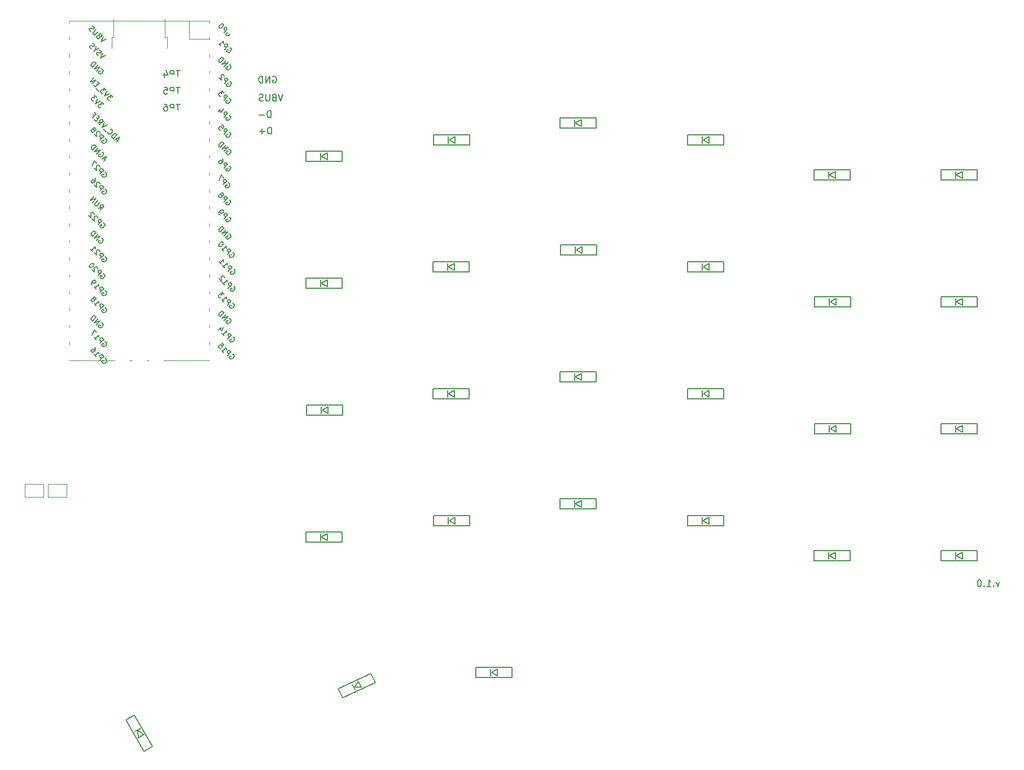
<source format=gbo>
G04 #@! TF.GenerationSoftware,KiCad,Pcbnew,(5.1.4)-1*
G04 #@! TF.CreationDate,2021-09-07T00:15:53+08:00*
G04 #@! TF.ProjectId,Split Keeb,53706c69-7420-44b6-9565-622e6b696361,rev?*
G04 #@! TF.SameCoordinates,Original*
G04 #@! TF.FileFunction,Legend,Bot*
G04 #@! TF.FilePolarity,Positive*
%FSLAX46Y46*%
G04 Gerber Fmt 4.6, Leading zero omitted, Abs format (unit mm)*
G04 Created by KiCad (PCBNEW (5.1.4)-1) date 2021-09-07 00:15:53*
%MOMM*%
%LPD*%
G04 APERTURE LIST*
%ADD10C,0.150000*%
%ADD11C,0.120000*%
%ADD12C,1.852000*%
%ADD13R,2.007000X2.007000*%
%ADD14C,2.007000*%
%ADD15C,2.352000*%
%ADD16C,4.089800*%
%ADD17C,0.100000*%
%ADD18C,3.302000*%
%ADD19C,0.300000*%
%ADD20R,1.802000X1.802000*%
%ADD21O,1.802000X1.802000*%
%ADD22R,3.602000X1.802000*%
%ADD23R,1.802000X3.602000*%
%ADD24C,2.102000*%
%ADD25C,1.402000*%
%ADD26C,1.602000*%
%ADD27C,1.499000*%
%ADD28R,1.499000X1.499000*%
%ADD29R,1.402000X1.052000*%
%ADD30C,1.052000*%
G04 APERTURE END LIST*
D10*
X108919733Y-61199780D02*
X108586400Y-62199780D01*
X108253066Y-61199780D01*
X107586400Y-61675971D02*
X107443542Y-61723590D01*
X107395923Y-61771209D01*
X107348304Y-61866447D01*
X107348304Y-62009304D01*
X107395923Y-62104542D01*
X107443542Y-62152161D01*
X107538780Y-62199780D01*
X107919733Y-62199780D01*
X107919733Y-61199780D01*
X107586400Y-61199780D01*
X107491161Y-61247400D01*
X107443542Y-61295019D01*
X107395923Y-61390257D01*
X107395923Y-61485495D01*
X107443542Y-61580733D01*
X107491161Y-61628352D01*
X107586400Y-61675971D01*
X107919733Y-61675971D01*
X106919733Y-61199780D02*
X106919733Y-62009304D01*
X106872114Y-62104542D01*
X106824495Y-62152161D01*
X106729257Y-62199780D01*
X106538780Y-62199780D01*
X106443542Y-62152161D01*
X106395923Y-62104542D01*
X106348304Y-62009304D01*
X106348304Y-61199780D01*
X105919733Y-62152161D02*
X105776876Y-62199780D01*
X105538780Y-62199780D01*
X105443542Y-62152161D01*
X105395923Y-62104542D01*
X105348304Y-62009304D01*
X105348304Y-61914066D01*
X105395923Y-61818828D01*
X105443542Y-61771209D01*
X105538780Y-61723590D01*
X105729257Y-61675971D01*
X105824495Y-61628352D01*
X105872114Y-61580733D01*
X105919733Y-61485495D01*
X105919733Y-61390257D01*
X105872114Y-61295019D01*
X105824495Y-61247400D01*
X105729257Y-61199780D01*
X105491161Y-61199780D01*
X105348304Y-61247400D01*
X107179952Y-67152780D02*
X107179952Y-66152780D01*
X106941857Y-66152780D01*
X106799000Y-66200400D01*
X106703761Y-66295638D01*
X106656142Y-66390876D01*
X106608523Y-66581352D01*
X106608523Y-66724209D01*
X106656142Y-66914685D01*
X106703761Y-67009923D01*
X106799000Y-67105161D01*
X106941857Y-67152780D01*
X107179952Y-67152780D01*
X106179952Y-66771828D02*
X105418047Y-66771828D01*
X105799000Y-67152780D02*
X105799000Y-66390876D01*
X107103752Y-64688980D02*
X107103752Y-63688980D01*
X106865657Y-63688980D01*
X106722800Y-63736600D01*
X106627561Y-63831838D01*
X106579942Y-63927076D01*
X106532323Y-64117552D01*
X106532323Y-64260409D01*
X106579942Y-64450885D01*
X106627561Y-64546123D01*
X106722800Y-64641361D01*
X106865657Y-64688980D01*
X107103752Y-64688980D01*
X106103752Y-64308028D02*
X105341847Y-64308028D01*
X107391104Y-58555000D02*
X107486342Y-58507380D01*
X107629200Y-58507380D01*
X107772057Y-58555000D01*
X107867295Y-58650238D01*
X107914914Y-58745476D01*
X107962533Y-58935952D01*
X107962533Y-59078809D01*
X107914914Y-59269285D01*
X107867295Y-59364523D01*
X107772057Y-59459761D01*
X107629200Y-59507380D01*
X107533961Y-59507380D01*
X107391104Y-59459761D01*
X107343485Y-59412142D01*
X107343485Y-59078809D01*
X107533961Y-59078809D01*
X106914914Y-59507380D02*
X106914914Y-58507380D01*
X106343485Y-59507380D01*
X106343485Y-58507380D01*
X105867295Y-59507380D02*
X105867295Y-58507380D01*
X105629200Y-58507380D01*
X105486342Y-58555000D01*
X105391104Y-58650238D01*
X105343485Y-58745476D01*
X105295866Y-58935952D01*
X105295866Y-59078809D01*
X105343485Y-59269285D01*
X105391104Y-59364523D01*
X105486342Y-59459761D01*
X105629200Y-59507380D01*
X105867295Y-59507380D01*
X216372866Y-134405714D02*
X216134771Y-135072380D01*
X215896676Y-134405714D01*
X215515723Y-134977142D02*
X215468104Y-135024761D01*
X215515723Y-135072380D01*
X215563342Y-135024761D01*
X215515723Y-134977142D01*
X215515723Y-135072380D01*
X214515723Y-135072380D02*
X215087152Y-135072380D01*
X214801438Y-135072380D02*
X214801438Y-134072380D01*
X214896676Y-134215238D01*
X214991914Y-134310476D01*
X215087152Y-134358095D01*
X214087152Y-134977142D02*
X214039533Y-135024761D01*
X214087152Y-135072380D01*
X214134771Y-135024761D01*
X214087152Y-134977142D01*
X214087152Y-135072380D01*
X213420485Y-134072380D02*
X213325247Y-134072380D01*
X213230009Y-134120000D01*
X213182390Y-134167619D01*
X213134771Y-134262857D01*
X213087152Y-134453333D01*
X213087152Y-134691428D01*
X213134771Y-134881904D01*
X213182390Y-134977142D01*
X213230009Y-135024761D01*
X213325247Y-135072380D01*
X213420485Y-135072380D01*
X213515723Y-135024761D01*
X213563342Y-134977142D01*
X213610961Y-134881904D01*
X213658580Y-134691428D01*
X213658580Y-134453333D01*
X213610961Y-134262857D01*
X213563342Y-134167619D01*
X213515723Y-134120000D01*
X213420485Y-134072380D01*
D11*
X76457000Y-121675400D02*
X76457000Y-119675400D01*
X73657000Y-121675400D02*
X76457000Y-121675400D01*
X73657000Y-119675400D02*
X73657000Y-121675400D01*
X76457000Y-119675400D02*
X73657000Y-119675400D01*
X73002600Y-121675400D02*
X73002600Y-119675400D01*
X70202600Y-121675400D02*
X73002600Y-121675400D01*
X70202600Y-119675400D02*
X70202600Y-121675400D01*
X73002600Y-119675400D02*
X70202600Y-119675400D01*
X97876000Y-93292000D02*
X97876000Y-93692000D01*
X76876000Y-95792000D02*
X76876000Y-96192000D01*
X76876000Y-83092000D02*
X76876000Y-83492000D01*
X97876000Y-72992000D02*
X97876000Y-73392000D01*
X76876000Y-72992000D02*
X76876000Y-73392000D01*
X97876000Y-90792000D02*
X97876000Y-91192000D01*
X97876000Y-80592000D02*
X97876000Y-80992000D01*
X97876000Y-77992000D02*
X97876000Y-78392000D01*
X97876000Y-50192000D02*
X97876000Y-50492000D01*
X97876000Y-62792000D02*
X97876000Y-63192000D01*
X97876000Y-52859000D02*
X94869000Y-52859000D01*
X97876000Y-50192000D02*
X76876000Y-50192000D01*
X97876000Y-83092000D02*
X97876000Y-83492000D01*
X76876000Y-52592000D02*
X76876000Y-52992000D01*
X76876000Y-93292000D02*
X76876000Y-93692000D01*
X76876000Y-90792000D02*
X76876000Y-91192000D01*
X76876000Y-88192000D02*
X76876000Y-88592000D01*
X76876000Y-85692000D02*
X76876000Y-86092000D01*
X97876000Y-65292000D02*
X97876000Y-65692000D01*
X97876000Y-57692000D02*
X97876000Y-58092000D01*
X91076000Y-101192000D02*
X97876000Y-101192000D01*
X97876000Y-55192000D02*
X97876000Y-55592000D01*
X76876000Y-62792000D02*
X76876000Y-63192000D01*
X76876000Y-75492000D02*
X76876000Y-75892000D01*
X76876000Y-55192000D02*
X76876000Y-55592000D01*
X97876000Y-60292000D02*
X97876000Y-60692000D01*
X76876000Y-57692000D02*
X76876000Y-58092000D01*
X86276000Y-101192000D02*
X85876000Y-101192000D01*
X76876000Y-50192000D02*
X76876000Y-50492000D01*
X76876000Y-98392000D02*
X76876000Y-98792000D01*
X76876000Y-101192000D02*
X83676000Y-101192000D01*
X76876000Y-80592000D02*
X76876000Y-80992000D01*
X97876000Y-95792000D02*
X97876000Y-96192000D01*
X76876000Y-77992000D02*
X76876000Y-78392000D01*
X76876000Y-70392000D02*
X76876000Y-70792000D01*
X97876000Y-52592000D02*
X97876000Y-52992000D01*
X97876000Y-67892000D02*
X97876000Y-68292000D01*
X76876000Y-67892000D02*
X76876000Y-68292000D01*
X97876000Y-70392000D02*
X97876000Y-70792000D01*
X88876000Y-101192000D02*
X88476000Y-101192000D01*
X76876000Y-65292000D02*
X76876000Y-65692000D01*
X97876000Y-88192000D02*
X97876000Y-88592000D01*
X97876000Y-85692000D02*
X97876000Y-86092000D01*
X97876000Y-75492000D02*
X97876000Y-75892000D01*
X76876000Y-60292000D02*
X76876000Y-60692000D01*
X97876000Y-98392000D02*
X97876000Y-98792000D01*
X94869000Y-52859000D02*
X94869000Y-50192000D01*
X91226000Y-52682000D02*
X91526000Y-52682000D01*
X83526000Y-49882000D02*
X83526000Y-52682000D01*
X91526000Y-52682000D02*
X91526000Y-54232000D01*
X83226000Y-52682000D02*
X83226000Y-54232000D01*
X91226000Y-49882000D02*
X91226000Y-52682000D01*
X83226000Y-52682000D02*
X83526000Y-52682000D01*
D10*
X143289000Y-148705000D02*
X143289000Y-147205000D01*
X137889000Y-148705000D02*
X143289000Y-148705000D01*
X137889000Y-147205000D02*
X137889000Y-148705000D01*
X143289000Y-147205000D02*
X137889000Y-147205000D01*
X140089000Y-147455000D02*
X140089000Y-148455000D01*
X141089000Y-148455000D02*
X140189000Y-147955000D01*
X141089000Y-147455000D02*
X141089000Y-148455000D01*
X140189000Y-147955000D02*
X141089000Y-147455000D01*
X122751330Y-149510021D02*
X122117402Y-148150559D01*
X117857268Y-151792159D02*
X122751330Y-149510021D01*
X117223340Y-150432697D02*
X117857268Y-151792159D01*
X122117402Y-148150559D02*
X117223340Y-150432697D01*
X119322872Y-149729514D02*
X119745490Y-150635822D01*
X120651798Y-150213204D02*
X119624812Y-150140406D01*
X120229180Y-149306896D02*
X120651798Y-150213204D01*
X119624812Y-150140406D02*
X120229180Y-149306896D01*
X88070315Y-159800431D02*
X89369353Y-159050431D01*
X85370315Y-155123893D02*
X88070315Y-159800431D01*
X86669353Y-154373893D02*
X85370315Y-155123893D01*
X89369353Y-159050431D02*
X86669353Y-154373893D01*
X87552847Y-156404149D02*
X86686821Y-156904149D01*
X87186821Y-157770175D02*
X87169834Y-156740752D01*
X88052847Y-157270175D02*
X87186821Y-157770175D01*
X87169834Y-156740752D02*
X88052847Y-157270175D01*
X213012000Y-131179000D02*
X213012000Y-129679000D01*
X207612000Y-131179000D02*
X213012000Y-131179000D01*
X207612000Y-129679000D02*
X207612000Y-131179000D01*
X213012000Y-129679000D02*
X207612000Y-129679000D01*
X209812000Y-129929000D02*
X209812000Y-130929000D01*
X210812000Y-130929000D02*
X209912000Y-130429000D01*
X210812000Y-129929000D02*
X210812000Y-130929000D01*
X209912000Y-130429000D02*
X210812000Y-129929000D01*
X193962000Y-131179000D02*
X193962000Y-129679000D01*
X188562000Y-131179000D02*
X193962000Y-131179000D01*
X188562000Y-129679000D02*
X188562000Y-131179000D01*
X193962000Y-129679000D02*
X188562000Y-129679000D01*
X190762000Y-129929000D02*
X190762000Y-130929000D01*
X191762000Y-130929000D02*
X190862000Y-130429000D01*
X191762000Y-129929000D02*
X191762000Y-130929000D01*
X190862000Y-130429000D02*
X191762000Y-129929000D01*
X175036000Y-125972000D02*
X175036000Y-124472000D01*
X169636000Y-125972000D02*
X175036000Y-125972000D01*
X169636000Y-124472000D02*
X169636000Y-125972000D01*
X175036000Y-124472000D02*
X169636000Y-124472000D01*
X171836000Y-124722000D02*
X171836000Y-125722000D01*
X172836000Y-125722000D02*
X171936000Y-125222000D01*
X172836000Y-124722000D02*
X172836000Y-125722000D01*
X171936000Y-125222000D02*
X172836000Y-124722000D01*
X155862000Y-123432000D02*
X155862000Y-121932000D01*
X150462000Y-123432000D02*
X155862000Y-123432000D01*
X150462000Y-121932000D02*
X150462000Y-123432000D01*
X155862000Y-121932000D02*
X150462000Y-121932000D01*
X152662000Y-122182000D02*
X152662000Y-123182000D01*
X153662000Y-123182000D02*
X152762000Y-122682000D01*
X153662000Y-122182000D02*
X153662000Y-123182000D01*
X152762000Y-122682000D02*
X153662000Y-122182000D01*
X136939000Y-125972000D02*
X136939000Y-124472000D01*
X131539000Y-125972000D02*
X136939000Y-125972000D01*
X131539000Y-124472000D02*
X131539000Y-125972000D01*
X136939000Y-124472000D02*
X131539000Y-124472000D01*
X133739000Y-124722000D02*
X133739000Y-125722000D01*
X134739000Y-125722000D02*
X133839000Y-125222000D01*
X134739000Y-124722000D02*
X134739000Y-125722000D01*
X133839000Y-125222000D02*
X134739000Y-124722000D01*
X117762000Y-128385000D02*
X117762000Y-126885000D01*
X112362000Y-128385000D02*
X117762000Y-128385000D01*
X112362000Y-126885000D02*
X112362000Y-128385000D01*
X117762000Y-126885000D02*
X112362000Y-126885000D01*
X114562000Y-127135000D02*
X114562000Y-128135000D01*
X115562000Y-128135000D02*
X114662000Y-127635000D01*
X115562000Y-127135000D02*
X115562000Y-128135000D01*
X114662000Y-127635000D02*
X115562000Y-127135000D01*
X213012000Y-112129000D02*
X213012000Y-110629000D01*
X207612000Y-112129000D02*
X213012000Y-112129000D01*
X207612000Y-110629000D02*
X207612000Y-112129000D01*
X213012000Y-110629000D02*
X207612000Y-110629000D01*
X209812000Y-110879000D02*
X209812000Y-111879000D01*
X210812000Y-111879000D02*
X209912000Y-111379000D01*
X210812000Y-110879000D02*
X210812000Y-111879000D01*
X209912000Y-111379000D02*
X210812000Y-110879000D01*
X194089000Y-112129000D02*
X194089000Y-110629000D01*
X188689000Y-112129000D02*
X194089000Y-112129000D01*
X188689000Y-110629000D02*
X188689000Y-112129000D01*
X194089000Y-110629000D02*
X188689000Y-110629000D01*
X190889000Y-110879000D02*
X190889000Y-111879000D01*
X191889000Y-111879000D02*
X190989000Y-111379000D01*
X191889000Y-110879000D02*
X191889000Y-111879000D01*
X190989000Y-111379000D02*
X191889000Y-110879000D01*
X175039000Y-106922000D02*
X175039000Y-105422000D01*
X169639000Y-106922000D02*
X175039000Y-106922000D01*
X169639000Y-105422000D02*
X169639000Y-106922000D01*
X175039000Y-105422000D02*
X169639000Y-105422000D01*
X171839000Y-105672000D02*
X171839000Y-106672000D01*
X172839000Y-106672000D02*
X171939000Y-106172000D01*
X172839000Y-105672000D02*
X172839000Y-106672000D01*
X171939000Y-106172000D02*
X172839000Y-105672000D01*
X155862000Y-104382000D02*
X155862000Y-102882000D01*
X150462000Y-104382000D02*
X155862000Y-104382000D01*
X150462000Y-102882000D02*
X150462000Y-104382000D01*
X155862000Y-102882000D02*
X150462000Y-102882000D01*
X152662000Y-103132000D02*
X152662000Y-104132000D01*
X153662000Y-104132000D02*
X152762000Y-103632000D01*
X153662000Y-103132000D02*
X153662000Y-104132000D01*
X152762000Y-103632000D02*
X153662000Y-103132000D01*
X136812000Y-106922000D02*
X136812000Y-105422000D01*
X131412000Y-106922000D02*
X136812000Y-106922000D01*
X131412000Y-105422000D02*
X131412000Y-106922000D01*
X136812000Y-105422000D02*
X131412000Y-105422000D01*
X133612000Y-105672000D02*
X133612000Y-106672000D01*
X134612000Y-106672000D02*
X133712000Y-106172000D01*
X134612000Y-105672000D02*
X134612000Y-106672000D01*
X133712000Y-106172000D02*
X134612000Y-105672000D01*
X117889000Y-109335000D02*
X117889000Y-107835000D01*
X112489000Y-109335000D02*
X117889000Y-109335000D01*
X112489000Y-107835000D02*
X112489000Y-109335000D01*
X117889000Y-107835000D02*
X112489000Y-107835000D01*
X114689000Y-108085000D02*
X114689000Y-109085000D01*
X115689000Y-109085000D02*
X114789000Y-108585000D01*
X115689000Y-108085000D02*
X115689000Y-109085000D01*
X114789000Y-108585000D02*
X115689000Y-108085000D01*
X213012000Y-93079000D02*
X213012000Y-91579000D01*
X207612000Y-93079000D02*
X213012000Y-93079000D01*
X207612000Y-91579000D02*
X207612000Y-93079000D01*
X213012000Y-91579000D02*
X207612000Y-91579000D01*
X209812000Y-91829000D02*
X209812000Y-92829000D01*
X210812000Y-92829000D02*
X209912000Y-92329000D01*
X210812000Y-91829000D02*
X210812000Y-92829000D01*
X209912000Y-92329000D02*
X210812000Y-91829000D01*
X194089000Y-93079000D02*
X194089000Y-91579000D01*
X188689000Y-93079000D02*
X194089000Y-93079000D01*
X188689000Y-91579000D02*
X188689000Y-93079000D01*
X194089000Y-91579000D02*
X188689000Y-91579000D01*
X190889000Y-91829000D02*
X190889000Y-92829000D01*
X191889000Y-92829000D02*
X190989000Y-92329000D01*
X191889000Y-91829000D02*
X191889000Y-92829000D01*
X190989000Y-92329000D02*
X191889000Y-91829000D01*
X175039000Y-87872000D02*
X175039000Y-86372000D01*
X169639000Y-87872000D02*
X175039000Y-87872000D01*
X169639000Y-86372000D02*
X169639000Y-87872000D01*
X175039000Y-86372000D02*
X169639000Y-86372000D01*
X171839000Y-86622000D02*
X171839000Y-87622000D01*
X172839000Y-87622000D02*
X171939000Y-87122000D01*
X172839000Y-86622000D02*
X172839000Y-87622000D01*
X171939000Y-87122000D02*
X172839000Y-86622000D01*
X155989000Y-85332000D02*
X155989000Y-83832000D01*
X150589000Y-85332000D02*
X155989000Y-85332000D01*
X150589000Y-83832000D02*
X150589000Y-85332000D01*
X155989000Y-83832000D02*
X150589000Y-83832000D01*
X152789000Y-84082000D02*
X152789000Y-85082000D01*
X153789000Y-85082000D02*
X152889000Y-84582000D01*
X153789000Y-84082000D02*
X153789000Y-85082000D01*
X152889000Y-84582000D02*
X153789000Y-84082000D01*
X136812000Y-87872000D02*
X136812000Y-86372000D01*
X131412000Y-87872000D02*
X136812000Y-87872000D01*
X131412000Y-86372000D02*
X131412000Y-87872000D01*
X136812000Y-86372000D02*
X131412000Y-86372000D01*
X133612000Y-86622000D02*
X133612000Y-87622000D01*
X134612000Y-87622000D02*
X133712000Y-87122000D01*
X134612000Y-86622000D02*
X134612000Y-87622000D01*
X133712000Y-87122000D02*
X134612000Y-86622000D01*
X117762000Y-90285000D02*
X117762000Y-88785000D01*
X112362000Y-90285000D02*
X117762000Y-90285000D01*
X112362000Y-88785000D02*
X112362000Y-90285000D01*
X117762000Y-88785000D02*
X112362000Y-88785000D01*
X114562000Y-89035000D02*
X114562000Y-90035000D01*
X115562000Y-90035000D02*
X114662000Y-89535000D01*
X115562000Y-89035000D02*
X115562000Y-90035000D01*
X114662000Y-89535000D02*
X115562000Y-89035000D01*
X213012000Y-74029000D02*
X213012000Y-72529000D01*
X207612000Y-74029000D02*
X213012000Y-74029000D01*
X207612000Y-72529000D02*
X207612000Y-74029000D01*
X213012000Y-72529000D02*
X207612000Y-72529000D01*
X209812000Y-72779000D02*
X209812000Y-73779000D01*
X210812000Y-73779000D02*
X209912000Y-73279000D01*
X210812000Y-72779000D02*
X210812000Y-73779000D01*
X209912000Y-73279000D02*
X210812000Y-72779000D01*
X193962000Y-74029000D02*
X193962000Y-72529000D01*
X188562000Y-74029000D02*
X193962000Y-74029000D01*
X188562000Y-72529000D02*
X188562000Y-74029000D01*
X193962000Y-72529000D02*
X188562000Y-72529000D01*
X190762000Y-72779000D02*
X190762000Y-73779000D01*
X191762000Y-73779000D02*
X190862000Y-73279000D01*
X191762000Y-72779000D02*
X191762000Y-73779000D01*
X190862000Y-73279000D02*
X191762000Y-72779000D01*
X175042000Y-68822000D02*
X175042000Y-67322000D01*
X169642000Y-68822000D02*
X175042000Y-68822000D01*
X169642000Y-67322000D02*
X169642000Y-68822000D01*
X175042000Y-67322000D02*
X169642000Y-67322000D01*
X171842000Y-67572000D02*
X171842000Y-68572000D01*
X172842000Y-68572000D02*
X171942000Y-68072000D01*
X172842000Y-67572000D02*
X172842000Y-68572000D01*
X171942000Y-68072000D02*
X172842000Y-67572000D01*
X155862000Y-66282000D02*
X155862000Y-64782000D01*
X150462000Y-66282000D02*
X155862000Y-66282000D01*
X150462000Y-64782000D02*
X150462000Y-66282000D01*
X155862000Y-64782000D02*
X150462000Y-64782000D01*
X152662000Y-65032000D02*
X152662000Y-66032000D01*
X153662000Y-66032000D02*
X152762000Y-65532000D01*
X153662000Y-65032000D02*
X153662000Y-66032000D01*
X152762000Y-65532000D02*
X153662000Y-65032000D01*
X136939000Y-68822000D02*
X136939000Y-67322000D01*
X131539000Y-68822000D02*
X136939000Y-68822000D01*
X131539000Y-67322000D02*
X131539000Y-68822000D01*
X136939000Y-67322000D02*
X131539000Y-67322000D01*
X133739000Y-67572000D02*
X133739000Y-68572000D01*
X134739000Y-68572000D02*
X133839000Y-68072000D01*
X134739000Y-67572000D02*
X134739000Y-68572000D01*
X133839000Y-68072000D02*
X134739000Y-67572000D01*
X117762000Y-71235000D02*
X117762000Y-69735000D01*
X112362000Y-71235000D02*
X117762000Y-71235000D01*
X112362000Y-69735000D02*
X112362000Y-71235000D01*
X117762000Y-69735000D02*
X112362000Y-69735000D01*
X114562000Y-69985000D02*
X114562000Y-70985000D01*
X115562000Y-70985000D02*
X114662000Y-70485000D01*
X115562000Y-69985000D02*
X115562000Y-70985000D01*
X114662000Y-70485000D02*
X115562000Y-69985000D01*
X82263277Y-75447592D02*
X82344089Y-75474529D01*
X82424902Y-75555341D01*
X82478776Y-75663091D01*
X82478776Y-75770841D01*
X82451839Y-75851653D01*
X82371027Y-75986340D01*
X82290215Y-76067152D01*
X82155528Y-76147964D01*
X82074715Y-76174902D01*
X81966966Y-76174902D01*
X81859216Y-76121027D01*
X81805341Y-76067152D01*
X81751467Y-75959402D01*
X81751467Y-75905528D01*
X81940028Y-75716966D01*
X82047778Y-75824715D01*
X81455155Y-75716966D02*
X82020841Y-75151280D01*
X81805341Y-74935781D01*
X81724529Y-74908844D01*
X81670654Y-74908844D01*
X81589842Y-74935781D01*
X81509030Y-75016593D01*
X81482093Y-75097406D01*
X81482093Y-75151280D01*
X81509030Y-75232093D01*
X81724529Y-75447592D01*
X81428218Y-74666407D02*
X81428218Y-74612532D01*
X81401280Y-74531720D01*
X81266593Y-74397033D01*
X81185781Y-74370096D01*
X81131906Y-74370096D01*
X81051094Y-74397033D01*
X80997219Y-74450908D01*
X80943345Y-74558658D01*
X80943345Y-75205155D01*
X80593158Y-74854969D01*
X80673971Y-73804410D02*
X80781720Y-73912160D01*
X80808658Y-73992972D01*
X80808658Y-74046847D01*
X80781720Y-74181534D01*
X80700908Y-74316221D01*
X80485409Y-74531720D01*
X80404597Y-74558658D01*
X80350722Y-74558658D01*
X80269910Y-74531720D01*
X80162160Y-74423971D01*
X80135223Y-74343158D01*
X80135223Y-74289284D01*
X80162160Y-74208471D01*
X80296847Y-74073784D01*
X80377659Y-74046847D01*
X80431534Y-74046847D01*
X80512346Y-74073784D01*
X80620096Y-74181534D01*
X80647033Y-74262346D01*
X80647033Y-74316221D01*
X80620096Y-74397033D01*
X82263277Y-67827592D02*
X82344089Y-67854529D01*
X82424902Y-67935341D01*
X82478776Y-68043091D01*
X82478776Y-68150841D01*
X82451839Y-68231653D01*
X82371027Y-68366340D01*
X82290215Y-68447152D01*
X82155528Y-68527964D01*
X82074715Y-68554902D01*
X81966966Y-68554902D01*
X81859216Y-68501027D01*
X81805341Y-68447152D01*
X81751467Y-68339402D01*
X81751467Y-68285528D01*
X81940028Y-68096966D01*
X82047778Y-68204715D01*
X81455155Y-68096966D02*
X82020841Y-67531280D01*
X81805341Y-67315781D01*
X81724529Y-67288844D01*
X81670654Y-67288844D01*
X81589842Y-67315781D01*
X81509030Y-67396593D01*
X81482093Y-67477406D01*
X81482093Y-67531280D01*
X81509030Y-67612093D01*
X81724529Y-67827592D01*
X81428218Y-67046407D02*
X81428218Y-66992532D01*
X81401280Y-66911720D01*
X81266593Y-66777033D01*
X81185781Y-66750096D01*
X81131906Y-66750096D01*
X81051094Y-66777033D01*
X80997219Y-66830908D01*
X80943345Y-66938658D01*
X80943345Y-67585155D01*
X80593158Y-67234969D01*
X80593158Y-66588471D02*
X80673971Y-66615409D01*
X80727845Y-66615409D01*
X80808658Y-66588471D01*
X80835595Y-66561534D01*
X80862532Y-66480722D01*
X80862532Y-66426847D01*
X80835595Y-66346035D01*
X80727845Y-66238285D01*
X80647033Y-66211348D01*
X80593158Y-66211348D01*
X80512346Y-66238285D01*
X80485409Y-66265223D01*
X80458471Y-66346035D01*
X80458471Y-66399910D01*
X80485409Y-66480722D01*
X80593158Y-66588471D01*
X80620096Y-66669284D01*
X80620096Y-66723158D01*
X80593158Y-66803971D01*
X80485409Y-66911720D01*
X80404597Y-66938658D01*
X80350722Y-66938658D01*
X80269910Y-66911720D01*
X80162160Y-66803971D01*
X80135223Y-66723158D01*
X80135223Y-66669284D01*
X80162160Y-66588471D01*
X80269910Y-66480722D01*
X80350722Y-66453784D01*
X80404597Y-66453784D01*
X80485409Y-66480722D01*
X100862903Y-61843218D02*
X100943715Y-61870155D01*
X101024528Y-61950967D01*
X101078402Y-62058717D01*
X101078402Y-62166467D01*
X101051465Y-62247279D01*
X100970653Y-62381966D01*
X100889841Y-62462778D01*
X100755154Y-62543590D01*
X100674341Y-62570528D01*
X100566592Y-62570528D01*
X100458842Y-62516653D01*
X100404967Y-62462778D01*
X100351093Y-62355028D01*
X100351093Y-62301154D01*
X100539654Y-62112592D01*
X100647404Y-62220341D01*
X100054781Y-62112592D02*
X100620467Y-61546906D01*
X100404967Y-61331407D01*
X100324155Y-61304470D01*
X100270280Y-61304470D01*
X100189468Y-61331407D01*
X100108656Y-61412219D01*
X100081719Y-61493032D01*
X100081719Y-61546906D01*
X100108656Y-61627719D01*
X100324155Y-61843218D01*
X100108656Y-61035096D02*
X99758470Y-60684910D01*
X99731532Y-61088971D01*
X99650720Y-61008158D01*
X99569908Y-60981221D01*
X99516033Y-60981221D01*
X99435221Y-61008158D01*
X99300534Y-61142845D01*
X99273597Y-61223658D01*
X99273597Y-61277532D01*
X99300534Y-61358345D01*
X99462158Y-61519969D01*
X99542971Y-61546906D01*
X99596845Y-61546906D01*
X101532277Y-90052592D02*
X101613089Y-90079529D01*
X101693902Y-90160341D01*
X101747776Y-90268091D01*
X101747776Y-90375841D01*
X101720839Y-90456653D01*
X101640027Y-90591340D01*
X101559215Y-90672152D01*
X101424528Y-90752964D01*
X101343715Y-90779902D01*
X101235966Y-90779902D01*
X101128216Y-90726027D01*
X101074341Y-90672152D01*
X101020467Y-90564402D01*
X101020467Y-90510528D01*
X101209028Y-90321966D01*
X101316778Y-90429715D01*
X100724155Y-90321966D02*
X101289841Y-89756280D01*
X101074341Y-89540781D01*
X100993529Y-89513844D01*
X100939654Y-89513844D01*
X100858842Y-89540781D01*
X100778030Y-89621593D01*
X100751093Y-89702406D01*
X100751093Y-89756280D01*
X100778030Y-89837093D01*
X100993529Y-90052592D01*
X99862158Y-89459969D02*
X100185407Y-89783218D01*
X100023783Y-89621593D02*
X100589468Y-89055908D01*
X100562531Y-89190595D01*
X100562531Y-89298345D01*
X100589468Y-89379157D01*
X100158470Y-88732659D02*
X100158470Y-88678784D01*
X100131532Y-88597972D01*
X99996845Y-88463285D01*
X99916033Y-88436348D01*
X99862158Y-88436348D01*
X99781346Y-88463285D01*
X99727471Y-88517160D01*
X99673597Y-88624910D01*
X99673597Y-89271407D01*
X99323410Y-88921221D01*
X101386277Y-100212592D02*
X101467089Y-100239529D01*
X101547902Y-100320341D01*
X101601776Y-100428091D01*
X101601776Y-100535841D01*
X101574839Y-100616653D01*
X101494027Y-100751340D01*
X101413215Y-100832152D01*
X101278528Y-100912964D01*
X101197715Y-100939902D01*
X101089966Y-100939902D01*
X100982216Y-100886027D01*
X100928341Y-100832152D01*
X100874467Y-100724402D01*
X100874467Y-100670528D01*
X101063028Y-100481966D01*
X101170778Y-100589715D01*
X100578155Y-100481966D02*
X101143841Y-99916280D01*
X100928341Y-99700781D01*
X100847529Y-99673844D01*
X100793654Y-99673844D01*
X100712842Y-99700781D01*
X100632030Y-99781593D01*
X100605093Y-99862406D01*
X100605093Y-99916280D01*
X100632030Y-99997093D01*
X100847529Y-100212592D01*
X99716158Y-99619969D02*
X100039407Y-99943218D01*
X99877783Y-99781593D02*
X100443468Y-99215908D01*
X100416531Y-99350595D01*
X100416531Y-99458345D01*
X100443468Y-99539157D01*
X99770033Y-98542473D02*
X100039407Y-98811847D01*
X99796971Y-99108158D01*
X99796971Y-99054284D01*
X99770033Y-98973471D01*
X99635346Y-98838784D01*
X99554534Y-98811847D01*
X99500659Y-98811847D01*
X99419847Y-98838784D01*
X99285160Y-98973471D01*
X99258223Y-99054284D01*
X99258223Y-99108158D01*
X99285160Y-99188971D01*
X99419847Y-99323658D01*
X99500659Y-99350595D01*
X99554534Y-99350595D01*
X101432277Y-97672592D02*
X101513089Y-97699529D01*
X101593902Y-97780341D01*
X101647776Y-97888091D01*
X101647776Y-97995841D01*
X101620839Y-98076653D01*
X101540027Y-98211340D01*
X101459215Y-98292152D01*
X101324528Y-98372964D01*
X101243715Y-98399902D01*
X101135966Y-98399902D01*
X101028216Y-98346027D01*
X100974341Y-98292152D01*
X100920467Y-98184402D01*
X100920467Y-98130528D01*
X101109028Y-97941966D01*
X101216778Y-98049715D01*
X100624155Y-97941966D02*
X101189841Y-97376280D01*
X100974341Y-97160781D01*
X100893529Y-97133844D01*
X100839654Y-97133844D01*
X100758842Y-97160781D01*
X100678030Y-97241593D01*
X100651093Y-97322406D01*
X100651093Y-97376280D01*
X100678030Y-97457093D01*
X100893529Y-97672592D01*
X99762158Y-97079969D02*
X100085407Y-97403218D01*
X99923783Y-97241593D02*
X100489468Y-96675908D01*
X100462531Y-96810595D01*
X100462531Y-96918345D01*
X100489468Y-96999157D01*
X99654409Y-96217972D02*
X99277285Y-96595096D01*
X100004595Y-96137160D02*
X99735221Y-96675908D01*
X99385035Y-96325722D01*
X100889841Y-69490155D02*
X100970653Y-69517093D01*
X101051465Y-69597905D01*
X101105340Y-69705654D01*
X101105340Y-69813404D01*
X101078402Y-69894216D01*
X100997590Y-70028903D01*
X100916778Y-70109715D01*
X100782091Y-70190528D01*
X100701279Y-70217465D01*
X100593529Y-70217465D01*
X100485780Y-70163590D01*
X100431905Y-70109715D01*
X100378030Y-70001966D01*
X100378030Y-69948091D01*
X100566592Y-69759529D01*
X100674341Y-69867279D01*
X100081719Y-69759529D02*
X100647404Y-69193844D01*
X99758470Y-69436280D01*
X100324155Y-68870595D01*
X99489096Y-69166906D02*
X100054781Y-68601221D01*
X99920094Y-68466534D01*
X99812345Y-68412659D01*
X99704595Y-68412659D01*
X99623783Y-68439597D01*
X99489096Y-68520409D01*
X99408284Y-68601221D01*
X99327471Y-68735908D01*
X99300534Y-68816720D01*
X99300534Y-68924470D01*
X99354409Y-69032219D01*
X99489096Y-69166906D01*
X82263277Y-72907592D02*
X82344089Y-72934529D01*
X82424902Y-73015341D01*
X82478776Y-73123091D01*
X82478776Y-73230841D01*
X82451839Y-73311653D01*
X82371027Y-73446340D01*
X82290215Y-73527152D01*
X82155528Y-73607964D01*
X82074715Y-73634902D01*
X81966966Y-73634902D01*
X81859216Y-73581027D01*
X81805341Y-73527152D01*
X81751467Y-73419402D01*
X81751467Y-73365528D01*
X81940028Y-73176966D01*
X82047778Y-73284715D01*
X81455155Y-73176966D02*
X82020841Y-72611280D01*
X81805341Y-72395781D01*
X81724529Y-72368844D01*
X81670654Y-72368844D01*
X81589842Y-72395781D01*
X81509030Y-72476593D01*
X81482093Y-72557406D01*
X81482093Y-72611280D01*
X81509030Y-72692093D01*
X81724529Y-72907592D01*
X81428218Y-72126407D02*
X81428218Y-72072532D01*
X81401280Y-71991720D01*
X81266593Y-71857033D01*
X81185781Y-71830096D01*
X81131906Y-71830096D01*
X81051094Y-71857033D01*
X80997219Y-71910908D01*
X80943345Y-72018658D01*
X80943345Y-72665155D01*
X80593158Y-72314969D01*
X80970282Y-71560722D02*
X80593158Y-71183598D01*
X80269910Y-71991720D01*
X82372870Y-52924309D02*
X81618622Y-53301433D01*
X81995746Y-52547186D01*
X81349248Y-52439436D02*
X81241499Y-52385561D01*
X81187624Y-52385561D01*
X81106812Y-52412499D01*
X81026000Y-52493311D01*
X80999062Y-52574123D01*
X80999062Y-52627998D01*
X81026000Y-52708810D01*
X81241499Y-52924309D01*
X81807184Y-52358624D01*
X81618622Y-52170062D01*
X81537810Y-52143125D01*
X81483935Y-52143125D01*
X81403123Y-52170062D01*
X81349248Y-52223937D01*
X81322311Y-52304749D01*
X81322311Y-52358624D01*
X81349248Y-52439436D01*
X81537810Y-52627998D01*
X81241499Y-51792938D02*
X80783563Y-52250874D01*
X80702751Y-52277812D01*
X80648876Y-52277812D01*
X80568064Y-52250874D01*
X80460314Y-52143125D01*
X80433377Y-52062312D01*
X80433377Y-52008438D01*
X80460314Y-51927625D01*
X80918250Y-51469690D01*
X80137065Y-51766001D02*
X80029316Y-51712126D01*
X79894629Y-51577439D01*
X79867691Y-51496627D01*
X79867691Y-51442752D01*
X79894629Y-51361940D01*
X79948503Y-51308065D01*
X80029316Y-51281128D01*
X80083190Y-51281128D01*
X80164003Y-51308065D01*
X80298690Y-51388877D01*
X80379502Y-51415815D01*
X80433377Y-51415815D01*
X80514189Y-51388877D01*
X80568064Y-51335003D01*
X80595001Y-51254190D01*
X80595001Y-51200316D01*
X80568064Y-51119503D01*
X80433377Y-50984816D01*
X80325627Y-50930942D01*
X82036152Y-62747592D02*
X81685966Y-62397406D01*
X81659028Y-62801467D01*
X81578216Y-62720654D01*
X81497404Y-62693717D01*
X81443529Y-62693717D01*
X81362717Y-62720654D01*
X81228030Y-62855341D01*
X81201093Y-62936154D01*
X81201093Y-62990028D01*
X81228030Y-63070841D01*
X81389654Y-63232465D01*
X81470467Y-63259402D01*
X81524341Y-63259402D01*
X81524341Y-62235781D02*
X80770094Y-62612905D01*
X81147218Y-61858658D01*
X81012531Y-61723971D02*
X80662345Y-61373784D01*
X80635407Y-61777845D01*
X80554595Y-61697033D01*
X80473783Y-61670096D01*
X80419908Y-61670096D01*
X80339096Y-61697033D01*
X80204409Y-61831720D01*
X80177471Y-61912532D01*
X80177471Y-61966407D01*
X80204409Y-62047219D01*
X80366033Y-62208844D01*
X80446845Y-62235781D01*
X80500720Y-62235781D01*
X81982277Y-80527592D02*
X82063089Y-80554529D01*
X82143902Y-80635341D01*
X82197776Y-80743091D01*
X82197776Y-80850841D01*
X82170839Y-80931653D01*
X82090027Y-81066340D01*
X82009215Y-81147152D01*
X81874528Y-81227964D01*
X81793715Y-81254902D01*
X81685966Y-81254902D01*
X81578216Y-81201027D01*
X81524341Y-81147152D01*
X81470467Y-81039402D01*
X81470467Y-80985528D01*
X81659028Y-80796966D01*
X81766778Y-80904715D01*
X81174155Y-80796966D02*
X81739841Y-80231280D01*
X81524341Y-80015781D01*
X81443529Y-79988844D01*
X81389654Y-79988844D01*
X81308842Y-80015781D01*
X81228030Y-80096593D01*
X81201093Y-80177406D01*
X81201093Y-80231280D01*
X81228030Y-80312093D01*
X81443529Y-80527592D01*
X81147218Y-79746407D02*
X81147218Y-79692532D01*
X81120280Y-79611720D01*
X80985593Y-79477033D01*
X80904781Y-79450096D01*
X80850906Y-79450096D01*
X80770094Y-79477033D01*
X80716219Y-79530908D01*
X80662345Y-79638658D01*
X80662345Y-80285155D01*
X80312158Y-79934969D01*
X80608470Y-79207659D02*
X80608470Y-79153784D01*
X80581532Y-79072972D01*
X80446845Y-78938285D01*
X80366033Y-78911348D01*
X80312158Y-78911348D01*
X80231346Y-78938285D01*
X80177471Y-78992160D01*
X80123597Y-79099910D01*
X80123597Y-79746407D01*
X79773410Y-79396221D01*
X100762903Y-74513218D02*
X100843715Y-74540155D01*
X100924528Y-74620967D01*
X100978402Y-74728717D01*
X100978402Y-74836467D01*
X100951465Y-74917279D01*
X100870653Y-75051966D01*
X100789841Y-75132778D01*
X100655154Y-75213590D01*
X100574341Y-75240528D01*
X100466592Y-75240528D01*
X100358842Y-75186653D01*
X100304967Y-75132778D01*
X100251093Y-75025028D01*
X100251093Y-74971154D01*
X100439654Y-74782592D01*
X100547404Y-74890341D01*
X99954781Y-74782592D02*
X100520467Y-74216906D01*
X100304967Y-74001407D01*
X100224155Y-73974470D01*
X100170280Y-73974470D01*
X100089468Y-74001407D01*
X100008656Y-74082219D01*
X99981719Y-74163032D01*
X99981719Y-74216906D01*
X100008656Y-74297719D01*
X100224155Y-74513218D01*
X100008656Y-73705096D02*
X99631532Y-73327972D01*
X99308284Y-74136094D01*
X100889841Y-94890155D02*
X100970653Y-94917093D01*
X101051465Y-94997905D01*
X101105340Y-95105654D01*
X101105340Y-95213404D01*
X101078402Y-95294216D01*
X100997590Y-95428903D01*
X100916778Y-95509715D01*
X100782091Y-95590528D01*
X100701279Y-95617465D01*
X100593529Y-95617465D01*
X100485780Y-95563590D01*
X100431905Y-95509715D01*
X100378030Y-95401966D01*
X100378030Y-95348091D01*
X100566592Y-95159529D01*
X100674341Y-95267279D01*
X100081719Y-95159529D02*
X100647404Y-94593844D01*
X99758470Y-94836280D01*
X100324155Y-94270595D01*
X99489096Y-94566906D02*
X100054781Y-94001221D01*
X99920094Y-93866534D01*
X99812345Y-93812659D01*
X99704595Y-93812659D01*
X99623783Y-93839597D01*
X99489096Y-93920409D01*
X99408284Y-94001221D01*
X99327471Y-94135908D01*
X99300534Y-94216720D01*
X99300534Y-94324470D01*
X99354409Y-94432219D01*
X99489096Y-94566906D01*
X101532277Y-87512592D02*
X101613089Y-87539529D01*
X101693902Y-87620341D01*
X101747776Y-87728091D01*
X101747776Y-87835841D01*
X101720839Y-87916653D01*
X101640027Y-88051340D01*
X101559215Y-88132152D01*
X101424528Y-88212964D01*
X101343715Y-88239902D01*
X101235966Y-88239902D01*
X101128216Y-88186027D01*
X101074341Y-88132152D01*
X101020467Y-88024402D01*
X101020467Y-87970528D01*
X101209028Y-87781966D01*
X101316778Y-87889715D01*
X100724155Y-87781966D02*
X101289841Y-87216280D01*
X101074341Y-87000781D01*
X100993529Y-86973844D01*
X100939654Y-86973844D01*
X100858842Y-87000781D01*
X100778030Y-87081593D01*
X100751093Y-87162406D01*
X100751093Y-87216280D01*
X100778030Y-87297093D01*
X100993529Y-87512592D01*
X99862158Y-86919969D02*
X100185407Y-87243218D01*
X100023783Y-87081593D02*
X100589468Y-86515908D01*
X100562531Y-86650595D01*
X100562531Y-86758345D01*
X100589468Y-86839157D01*
X99323410Y-86381221D02*
X99646659Y-86704470D01*
X99485035Y-86542845D02*
X100050720Y-85977160D01*
X100023783Y-86111847D01*
X100023783Y-86219597D01*
X100050720Y-86300409D01*
X81187624Y-78270435D02*
X81645560Y-78189622D01*
X81510873Y-78593683D02*
X82076558Y-78027998D01*
X81861059Y-77812499D01*
X81780247Y-77785561D01*
X81726372Y-77785561D01*
X81645560Y-77812499D01*
X81564748Y-77893311D01*
X81537810Y-77974123D01*
X81537810Y-78027998D01*
X81564748Y-78108810D01*
X81780247Y-78324309D01*
X81510873Y-77462312D02*
X81052937Y-77920248D01*
X80972125Y-77947186D01*
X80918250Y-77947186D01*
X80837438Y-77920248D01*
X80729688Y-77812499D01*
X80702751Y-77731687D01*
X80702751Y-77677812D01*
X80729688Y-77597000D01*
X81187624Y-77139064D01*
X80352564Y-77435375D02*
X80918250Y-76869690D01*
X80029316Y-77112126D01*
X80595001Y-76546441D01*
X82263277Y-85607592D02*
X82344089Y-85634529D01*
X82424902Y-85715341D01*
X82478776Y-85823091D01*
X82478776Y-85930841D01*
X82451839Y-86011653D01*
X82371027Y-86146340D01*
X82290215Y-86227152D01*
X82155528Y-86307964D01*
X82074715Y-86334902D01*
X81966966Y-86334902D01*
X81859216Y-86281027D01*
X81805341Y-86227152D01*
X81751467Y-86119402D01*
X81751467Y-86065528D01*
X81940028Y-85876966D01*
X82047778Y-85984715D01*
X81455155Y-85876966D02*
X82020841Y-85311280D01*
X81805341Y-85095781D01*
X81724529Y-85068844D01*
X81670654Y-85068844D01*
X81589842Y-85095781D01*
X81509030Y-85176593D01*
X81482093Y-85257406D01*
X81482093Y-85311280D01*
X81509030Y-85392093D01*
X81724529Y-85607592D01*
X81428218Y-84826407D02*
X81428218Y-84772532D01*
X81401280Y-84691720D01*
X81266593Y-84557033D01*
X81185781Y-84530096D01*
X81131906Y-84530096D01*
X81051094Y-84557033D01*
X80997219Y-84610908D01*
X80943345Y-84718658D01*
X80943345Y-85365155D01*
X80593158Y-85014969D01*
X80054410Y-84476221D02*
X80377659Y-84799470D01*
X80216035Y-84637845D02*
X80781720Y-84072160D01*
X80754783Y-84206847D01*
X80754783Y-84314597D01*
X80781720Y-84395409D01*
X84141211Y-68200773D02*
X83871837Y-67931399D01*
X84033462Y-68416272D02*
X84410585Y-67662025D01*
X83656338Y-68039149D01*
X83467776Y-67850587D02*
X84033462Y-67284902D01*
X83898775Y-67150215D01*
X83791025Y-67096340D01*
X83683276Y-67096340D01*
X83602463Y-67123277D01*
X83467776Y-67204089D01*
X83386964Y-67284902D01*
X83306152Y-67419589D01*
X83279215Y-67500401D01*
X83279215Y-67608150D01*
X83333089Y-67715900D01*
X83467776Y-67850587D01*
X82632717Y-66907778D02*
X82632717Y-66961653D01*
X82686592Y-67069402D01*
X82740467Y-67123277D01*
X82848216Y-67177152D01*
X82955966Y-67177152D01*
X83036778Y-67150215D01*
X83171465Y-67069402D01*
X83252277Y-66988590D01*
X83333089Y-66853903D01*
X83360027Y-66773091D01*
X83360027Y-66665341D01*
X83306152Y-66557592D01*
X83252277Y-66503717D01*
X83144528Y-66449842D01*
X83090653Y-66449842D01*
X82417218Y-66907778D02*
X81986219Y-66476780D01*
X82551905Y-65803345D02*
X81797658Y-66180468D01*
X82174781Y-65426221D01*
X81097285Y-65480096D02*
X81555221Y-65399284D01*
X81420534Y-65803345D02*
X81986219Y-65237659D01*
X81770720Y-65022160D01*
X81689908Y-64995223D01*
X81636033Y-64995223D01*
X81555221Y-65022160D01*
X81474409Y-65102972D01*
X81447471Y-65183784D01*
X81447471Y-65237659D01*
X81474409Y-65318471D01*
X81689908Y-65533971D01*
X81151160Y-64941348D02*
X80962598Y-64752786D01*
X80585475Y-64968285D02*
X80854849Y-65237659D01*
X81420534Y-64671974D01*
X81151160Y-64402600D01*
X80450788Y-64240975D02*
X80639349Y-64429537D01*
X80343038Y-64725849D02*
X80908723Y-64160163D01*
X80639349Y-63890789D01*
X100889841Y-82190155D02*
X100970653Y-82217093D01*
X101051465Y-82297905D01*
X101105340Y-82405654D01*
X101105340Y-82513404D01*
X101078402Y-82594216D01*
X100997590Y-82728903D01*
X100916778Y-82809715D01*
X100782091Y-82890528D01*
X100701279Y-82917465D01*
X100593529Y-82917465D01*
X100485780Y-82863590D01*
X100431905Y-82809715D01*
X100378030Y-82701966D01*
X100378030Y-82648091D01*
X100566592Y-82459529D01*
X100674341Y-82567279D01*
X100081719Y-82459529D02*
X100647404Y-81893844D01*
X99758470Y-82136280D01*
X100324155Y-81570595D01*
X99489096Y-81866906D02*
X100054781Y-81301221D01*
X99920094Y-81166534D01*
X99812345Y-81112659D01*
X99704595Y-81112659D01*
X99623783Y-81139597D01*
X99489096Y-81220409D01*
X99408284Y-81301221D01*
X99327471Y-81435908D01*
X99300534Y-81516720D01*
X99300534Y-81624470D01*
X99354409Y-81732219D01*
X99489096Y-81866906D01*
X100862903Y-72003218D02*
X100943715Y-72030155D01*
X101024528Y-72110967D01*
X101078402Y-72218717D01*
X101078402Y-72326467D01*
X101051465Y-72407279D01*
X100970653Y-72541966D01*
X100889841Y-72622778D01*
X100755154Y-72703590D01*
X100674341Y-72730528D01*
X100566592Y-72730528D01*
X100458842Y-72676653D01*
X100404967Y-72622778D01*
X100351093Y-72515028D01*
X100351093Y-72461154D01*
X100539654Y-72272592D01*
X100647404Y-72380341D01*
X100054781Y-72272592D02*
X100620467Y-71706906D01*
X100404967Y-71491407D01*
X100324155Y-71464470D01*
X100270280Y-71464470D01*
X100189468Y-71491407D01*
X100108656Y-71572219D01*
X100081719Y-71653032D01*
X100081719Y-71706906D01*
X100108656Y-71787719D01*
X100324155Y-72003218D01*
X99812345Y-70898784D02*
X99920094Y-71006534D01*
X99947032Y-71087346D01*
X99947032Y-71141221D01*
X99920094Y-71275908D01*
X99839282Y-71410595D01*
X99623783Y-71626094D01*
X99542971Y-71653032D01*
X99489096Y-71653032D01*
X99408284Y-71626094D01*
X99300534Y-71518345D01*
X99273597Y-71437532D01*
X99273597Y-71383658D01*
X99300534Y-71302845D01*
X99435221Y-71168158D01*
X99516033Y-71141221D01*
X99569908Y-71141221D01*
X99650720Y-71168158D01*
X99758470Y-71275908D01*
X99785407Y-71356720D01*
X99785407Y-71410595D01*
X99758470Y-71491407D01*
X82263277Y-90687592D02*
X82344089Y-90714529D01*
X82424902Y-90795341D01*
X82478776Y-90903091D01*
X82478776Y-91010841D01*
X82451839Y-91091653D01*
X82371027Y-91226340D01*
X82290215Y-91307152D01*
X82155528Y-91387964D01*
X82074715Y-91414902D01*
X81966966Y-91414902D01*
X81859216Y-91361027D01*
X81805341Y-91307152D01*
X81751467Y-91199402D01*
X81751467Y-91145528D01*
X81940028Y-90956966D01*
X82047778Y-91064715D01*
X81455155Y-90956966D02*
X82020841Y-90391280D01*
X81805341Y-90175781D01*
X81724529Y-90148844D01*
X81670654Y-90148844D01*
X81589842Y-90175781D01*
X81509030Y-90256593D01*
X81482093Y-90337406D01*
X81482093Y-90391280D01*
X81509030Y-90472093D01*
X81724529Y-90687592D01*
X80593158Y-90094969D02*
X80916407Y-90418218D01*
X80754783Y-90256593D02*
X81320468Y-89690908D01*
X81293531Y-89825595D01*
X81293531Y-89933345D01*
X81320468Y-90014157D01*
X80323784Y-89825595D02*
X80216035Y-89717845D01*
X80189097Y-89637033D01*
X80189097Y-89583158D01*
X80216035Y-89448471D01*
X80296847Y-89313784D01*
X80512346Y-89098285D01*
X80593158Y-89071348D01*
X80647033Y-89071348D01*
X80727845Y-89098285D01*
X80835595Y-89206035D01*
X80862532Y-89286847D01*
X80862532Y-89340722D01*
X80835595Y-89421534D01*
X80700908Y-89556221D01*
X80620096Y-89583158D01*
X80566221Y-89583158D01*
X80485409Y-89556221D01*
X80377659Y-89448471D01*
X80350722Y-89367659D01*
X80350722Y-89313784D01*
X80377659Y-89232972D01*
X81982277Y-88147592D02*
X82063089Y-88174529D01*
X82143902Y-88255341D01*
X82197776Y-88363091D01*
X82197776Y-88470841D01*
X82170839Y-88551653D01*
X82090027Y-88686340D01*
X82009215Y-88767152D01*
X81874528Y-88847964D01*
X81793715Y-88874902D01*
X81685966Y-88874902D01*
X81578216Y-88821027D01*
X81524341Y-88767152D01*
X81470467Y-88659402D01*
X81470467Y-88605528D01*
X81659028Y-88416966D01*
X81766778Y-88524715D01*
X81174155Y-88416966D02*
X81739841Y-87851280D01*
X81524341Y-87635781D01*
X81443529Y-87608844D01*
X81389654Y-87608844D01*
X81308842Y-87635781D01*
X81228030Y-87716593D01*
X81201093Y-87797406D01*
X81201093Y-87851280D01*
X81228030Y-87932093D01*
X81443529Y-88147592D01*
X81147218Y-87366407D02*
X81147218Y-87312532D01*
X81120280Y-87231720D01*
X80985593Y-87097033D01*
X80904781Y-87070096D01*
X80850906Y-87070096D01*
X80770094Y-87097033D01*
X80716219Y-87150908D01*
X80662345Y-87258658D01*
X80662345Y-87905155D01*
X80312158Y-87554969D01*
X80527658Y-86639097D02*
X80473783Y-86585223D01*
X80392971Y-86558285D01*
X80339096Y-86558285D01*
X80258284Y-86585223D01*
X80123597Y-86666035D01*
X79988910Y-86800722D01*
X79908097Y-86935409D01*
X79881160Y-87016221D01*
X79881160Y-87070096D01*
X79908097Y-87150908D01*
X79961972Y-87204783D01*
X80042784Y-87231720D01*
X80096659Y-87231720D01*
X80177471Y-87204783D01*
X80312158Y-87123971D01*
X80446845Y-86989284D01*
X80527658Y-86854597D01*
X80554595Y-86773784D01*
X80554595Y-86719910D01*
X80527658Y-86639097D01*
X82305526Y-55396966D02*
X81551279Y-55774089D01*
X81928402Y-55019842D01*
X81228030Y-55396966D02*
X81120280Y-55343091D01*
X80985593Y-55208404D01*
X80958656Y-55127592D01*
X80958656Y-55073717D01*
X80985593Y-54992905D01*
X81039468Y-54939030D01*
X81120280Y-54912093D01*
X81174155Y-54912093D01*
X81254967Y-54939030D01*
X81389654Y-55019842D01*
X81470467Y-55046780D01*
X81524341Y-55046780D01*
X81605154Y-55019842D01*
X81659028Y-54965967D01*
X81685966Y-54885155D01*
X81685966Y-54831280D01*
X81659028Y-54750468D01*
X81524341Y-54615781D01*
X81416592Y-54561906D01*
X80797032Y-54481094D02*
X80527658Y-54750468D01*
X81281905Y-54373345D02*
X80797032Y-54481094D01*
X80904781Y-53996221D01*
X80204409Y-54373345D02*
X80096659Y-54319470D01*
X79961972Y-54184783D01*
X79935035Y-54103971D01*
X79935035Y-54050096D01*
X79961972Y-53969284D01*
X80015847Y-53915409D01*
X80096659Y-53888471D01*
X80150534Y-53888471D01*
X80231346Y-53915409D01*
X80366033Y-53996221D01*
X80446845Y-54023158D01*
X80500720Y-54023158D01*
X80581532Y-53996221D01*
X80635407Y-53942346D01*
X80662345Y-53861534D01*
X80662345Y-53807659D01*
X80635407Y-53726847D01*
X80500720Y-53592160D01*
X80392971Y-53538285D01*
X100862903Y-64383218D02*
X100943715Y-64410155D01*
X101024528Y-64490967D01*
X101078402Y-64598717D01*
X101078402Y-64706467D01*
X101051465Y-64787279D01*
X100970653Y-64921966D01*
X100889841Y-65002778D01*
X100755154Y-65083590D01*
X100674341Y-65110528D01*
X100566592Y-65110528D01*
X100458842Y-65056653D01*
X100404967Y-65002778D01*
X100351093Y-64895028D01*
X100351093Y-64841154D01*
X100539654Y-64652592D01*
X100647404Y-64760341D01*
X100054781Y-64652592D02*
X100620467Y-64086906D01*
X100404967Y-63871407D01*
X100324155Y-63844470D01*
X100270280Y-63844470D01*
X100189468Y-63871407D01*
X100108656Y-63952219D01*
X100081719Y-64033032D01*
X100081719Y-64086906D01*
X100108656Y-64167719D01*
X100324155Y-64383218D01*
X99623783Y-63467346D02*
X99246659Y-63844470D01*
X99973969Y-63386534D02*
X99704595Y-63925282D01*
X99354409Y-63575096D01*
X101386277Y-84972592D02*
X101467089Y-84999529D01*
X101547902Y-85080341D01*
X101601776Y-85188091D01*
X101601776Y-85295841D01*
X101574839Y-85376653D01*
X101494027Y-85511340D01*
X101413215Y-85592152D01*
X101278528Y-85672964D01*
X101197715Y-85699902D01*
X101089966Y-85699902D01*
X100982216Y-85646027D01*
X100928341Y-85592152D01*
X100874467Y-85484402D01*
X100874467Y-85430528D01*
X101063028Y-85241966D01*
X101170778Y-85349715D01*
X100578155Y-85241966D02*
X101143841Y-84676280D01*
X100928341Y-84460781D01*
X100847529Y-84433844D01*
X100793654Y-84433844D01*
X100712842Y-84460781D01*
X100632030Y-84541593D01*
X100605093Y-84622406D01*
X100605093Y-84676280D01*
X100632030Y-84757093D01*
X100847529Y-84972592D01*
X99716158Y-84379969D02*
X100039407Y-84703218D01*
X99877783Y-84541593D02*
X100443468Y-83975908D01*
X100416531Y-84110595D01*
X100416531Y-84218345D01*
X100443468Y-84299157D01*
X99931658Y-83464097D02*
X99877783Y-83410223D01*
X99796971Y-83383285D01*
X99743096Y-83383285D01*
X99662284Y-83410223D01*
X99527597Y-83491035D01*
X99392910Y-83625722D01*
X99312097Y-83760409D01*
X99285160Y-83841221D01*
X99285160Y-83895096D01*
X99312097Y-83975908D01*
X99365972Y-84029783D01*
X99446784Y-84056720D01*
X99500659Y-84056720D01*
X99581471Y-84029783D01*
X99716158Y-83948971D01*
X99850845Y-83814284D01*
X99931658Y-83679597D01*
X99958595Y-83598784D01*
X99958595Y-83544910D01*
X99931658Y-83464097D01*
X100962903Y-59303218D02*
X101043715Y-59330155D01*
X101124528Y-59410967D01*
X101178402Y-59518717D01*
X101178402Y-59626467D01*
X101151465Y-59707279D01*
X101070653Y-59841966D01*
X100989841Y-59922778D01*
X100855154Y-60003590D01*
X100774341Y-60030528D01*
X100666592Y-60030528D01*
X100558842Y-59976653D01*
X100504967Y-59922778D01*
X100451093Y-59815028D01*
X100451093Y-59761154D01*
X100639654Y-59572592D01*
X100747404Y-59680341D01*
X100154781Y-59572592D02*
X100720467Y-59006906D01*
X100504967Y-58791407D01*
X100424155Y-58764470D01*
X100370280Y-58764470D01*
X100289468Y-58791407D01*
X100208656Y-58872219D01*
X100181719Y-58953032D01*
X100181719Y-59006906D01*
X100208656Y-59087719D01*
X100424155Y-59303218D01*
X100127844Y-58522033D02*
X100127844Y-58468158D01*
X100100906Y-58387346D01*
X99966219Y-58252659D01*
X99885407Y-58225722D01*
X99831532Y-58225722D01*
X99750720Y-58252659D01*
X99696845Y-58306534D01*
X99642971Y-58414284D01*
X99642971Y-59060781D01*
X99292784Y-58710595D01*
X100862903Y-79623218D02*
X100943715Y-79650155D01*
X101024528Y-79730967D01*
X101078402Y-79838717D01*
X101078402Y-79946467D01*
X101051465Y-80027279D01*
X100970653Y-80161966D01*
X100889841Y-80242778D01*
X100755154Y-80323590D01*
X100674341Y-80350528D01*
X100566592Y-80350528D01*
X100458842Y-80296653D01*
X100404967Y-80242778D01*
X100351093Y-80135028D01*
X100351093Y-80081154D01*
X100539654Y-79892592D01*
X100647404Y-80000341D01*
X100054781Y-79892592D02*
X100620467Y-79326906D01*
X100404967Y-79111407D01*
X100324155Y-79084470D01*
X100270280Y-79084470D01*
X100189468Y-79111407D01*
X100108656Y-79192219D01*
X100081719Y-79273032D01*
X100081719Y-79326906D01*
X100108656Y-79407719D01*
X100324155Y-79623218D01*
X99462158Y-79299969D02*
X99354409Y-79192219D01*
X99327471Y-79111407D01*
X99327471Y-79057532D01*
X99354409Y-78922845D01*
X99435221Y-78788158D01*
X99650720Y-78572659D01*
X99731532Y-78545722D01*
X99785407Y-78545722D01*
X99866219Y-78572659D01*
X99973969Y-78680409D01*
X100000906Y-78761221D01*
X100000906Y-78815096D01*
X99973969Y-78895908D01*
X99839282Y-79030595D01*
X99758470Y-79057532D01*
X99704595Y-79057532D01*
X99623783Y-79030595D01*
X99516033Y-78922845D01*
X99489096Y-78842033D01*
X99489096Y-78788158D01*
X99516033Y-78707346D01*
X83438868Y-61610308D02*
X83088682Y-61260122D01*
X83061744Y-61664183D01*
X82980932Y-61583370D01*
X82900120Y-61556433D01*
X82846245Y-61556433D01*
X82765433Y-61583370D01*
X82630746Y-61718057D01*
X82603809Y-61798870D01*
X82603809Y-61852744D01*
X82630746Y-61933557D01*
X82792370Y-62095181D01*
X82873183Y-62122118D01*
X82927057Y-62122118D01*
X82927057Y-61098497D02*
X82172810Y-61475621D01*
X82549934Y-60721374D01*
X82415247Y-60586687D02*
X82065061Y-60236500D01*
X82038123Y-60640561D01*
X81957311Y-60559749D01*
X81876499Y-60532812D01*
X81822624Y-60532812D01*
X81741812Y-60559749D01*
X81607125Y-60694436D01*
X81580187Y-60775248D01*
X81580187Y-60829123D01*
X81607125Y-60909935D01*
X81768749Y-61071560D01*
X81849561Y-61098497D01*
X81903436Y-61098497D01*
X81337751Y-60748311D02*
X80906752Y-60317312D01*
X81122251Y-59832439D02*
X80933690Y-59643877D01*
X80556566Y-59859377D02*
X80825940Y-60128751D01*
X81391625Y-59563065D01*
X81122251Y-59293691D01*
X80314129Y-59616940D02*
X80879815Y-59051255D01*
X79990881Y-59293691D01*
X80556566Y-58728006D01*
X101386277Y-92592592D02*
X101467089Y-92619529D01*
X101547902Y-92700341D01*
X101601776Y-92808091D01*
X101601776Y-92915841D01*
X101574839Y-92996653D01*
X101494027Y-93131340D01*
X101413215Y-93212152D01*
X101278528Y-93292964D01*
X101197715Y-93319902D01*
X101089966Y-93319902D01*
X100982216Y-93266027D01*
X100928341Y-93212152D01*
X100874467Y-93104402D01*
X100874467Y-93050528D01*
X101063028Y-92861966D01*
X101170778Y-92969715D01*
X100578155Y-92861966D02*
X101143841Y-92296280D01*
X100928341Y-92080781D01*
X100847529Y-92053844D01*
X100793654Y-92053844D01*
X100712842Y-92080781D01*
X100632030Y-92161593D01*
X100605093Y-92242406D01*
X100605093Y-92296280D01*
X100632030Y-92377093D01*
X100847529Y-92592592D01*
X99716158Y-91999969D02*
X100039407Y-92323218D01*
X99877783Y-92161593D02*
X100443468Y-91595908D01*
X100416531Y-91730595D01*
X100416531Y-91838345D01*
X100443468Y-91919157D01*
X100093282Y-91245722D02*
X99743096Y-90895536D01*
X99716158Y-91299597D01*
X99635346Y-91218784D01*
X99554534Y-91191847D01*
X99500659Y-91191847D01*
X99419847Y-91218784D01*
X99285160Y-91353471D01*
X99258223Y-91434284D01*
X99258223Y-91488158D01*
X99285160Y-91568971D01*
X99446784Y-91730595D01*
X99527597Y-91757532D01*
X99581471Y-91757532D01*
X82263277Y-93227592D02*
X82344089Y-93254529D01*
X82424902Y-93335341D01*
X82478776Y-93443091D01*
X82478776Y-93550841D01*
X82451839Y-93631653D01*
X82371027Y-93766340D01*
X82290215Y-93847152D01*
X82155528Y-93927964D01*
X82074715Y-93954902D01*
X81966966Y-93954902D01*
X81859216Y-93901027D01*
X81805341Y-93847152D01*
X81751467Y-93739402D01*
X81751467Y-93685528D01*
X81940028Y-93496966D01*
X82047778Y-93604715D01*
X81455155Y-93496966D02*
X82020841Y-92931280D01*
X81805341Y-92715781D01*
X81724529Y-92688844D01*
X81670654Y-92688844D01*
X81589842Y-92715781D01*
X81509030Y-92796593D01*
X81482093Y-92877406D01*
X81482093Y-92931280D01*
X81509030Y-93012093D01*
X81724529Y-93227592D01*
X80593158Y-92634969D02*
X80916407Y-92958218D01*
X80754783Y-92796593D02*
X81320468Y-92230908D01*
X81293531Y-92365595D01*
X81293531Y-92473345D01*
X81320468Y-92554157D01*
X80593158Y-91988471D02*
X80673971Y-92015409D01*
X80727845Y-92015409D01*
X80808658Y-91988471D01*
X80835595Y-91961534D01*
X80862532Y-91880722D01*
X80862532Y-91826847D01*
X80835595Y-91746035D01*
X80727845Y-91638285D01*
X80647033Y-91611348D01*
X80593158Y-91611348D01*
X80512346Y-91638285D01*
X80485409Y-91665223D01*
X80458471Y-91746035D01*
X80458471Y-91799910D01*
X80485409Y-91880722D01*
X80593158Y-91988471D01*
X80620096Y-92069284D01*
X80620096Y-92123158D01*
X80593158Y-92203971D01*
X80485409Y-92311720D01*
X80404597Y-92338658D01*
X80350722Y-92338658D01*
X80269910Y-92311720D01*
X80162160Y-92203971D01*
X80135223Y-92123158D01*
X80135223Y-92069284D01*
X80162160Y-91988471D01*
X80269910Y-91880722D01*
X80350722Y-91853784D01*
X80404597Y-91853784D01*
X80485409Y-91880722D01*
X82263277Y-100847592D02*
X82344089Y-100874529D01*
X82424902Y-100955341D01*
X82478776Y-101063091D01*
X82478776Y-101170841D01*
X82451839Y-101251653D01*
X82371027Y-101386340D01*
X82290215Y-101467152D01*
X82155528Y-101547964D01*
X82074715Y-101574902D01*
X81966966Y-101574902D01*
X81859216Y-101521027D01*
X81805341Y-101467152D01*
X81751467Y-101359402D01*
X81751467Y-101305528D01*
X81940028Y-101116966D01*
X82047778Y-101224715D01*
X81455155Y-101116966D02*
X82020841Y-100551280D01*
X81805341Y-100335781D01*
X81724529Y-100308844D01*
X81670654Y-100308844D01*
X81589842Y-100335781D01*
X81509030Y-100416593D01*
X81482093Y-100497406D01*
X81482093Y-100551280D01*
X81509030Y-100632093D01*
X81724529Y-100847592D01*
X80593158Y-100254969D02*
X80916407Y-100578218D01*
X80754783Y-100416593D02*
X81320468Y-99850908D01*
X81293531Y-99985595D01*
X81293531Y-100093345D01*
X81320468Y-100174157D01*
X80673971Y-99204410D02*
X80781720Y-99312160D01*
X80808658Y-99392972D01*
X80808658Y-99446847D01*
X80781720Y-99581534D01*
X80700908Y-99716221D01*
X80485409Y-99931720D01*
X80404597Y-99958658D01*
X80350722Y-99958658D01*
X80269910Y-99931720D01*
X80162160Y-99823971D01*
X80135223Y-99743158D01*
X80135223Y-99689284D01*
X80162160Y-99608471D01*
X80296847Y-99473784D01*
X80377659Y-99446847D01*
X80431534Y-99446847D01*
X80512346Y-99473784D01*
X80620096Y-99581534D01*
X80647033Y-99662346D01*
X80647033Y-99716221D01*
X80620096Y-99797033D01*
X82263277Y-98307592D02*
X82344089Y-98334529D01*
X82424902Y-98415341D01*
X82478776Y-98523091D01*
X82478776Y-98630841D01*
X82451839Y-98711653D01*
X82371027Y-98846340D01*
X82290215Y-98927152D01*
X82155528Y-99007964D01*
X82074715Y-99034902D01*
X81966966Y-99034902D01*
X81859216Y-98981027D01*
X81805341Y-98927152D01*
X81751467Y-98819402D01*
X81751467Y-98765528D01*
X81940028Y-98576966D01*
X82047778Y-98684715D01*
X81455155Y-98576966D02*
X82020841Y-98011280D01*
X81805341Y-97795781D01*
X81724529Y-97768844D01*
X81670654Y-97768844D01*
X81589842Y-97795781D01*
X81509030Y-97876593D01*
X81482093Y-97957406D01*
X81482093Y-98011280D01*
X81509030Y-98092093D01*
X81724529Y-98307592D01*
X80593158Y-97714969D02*
X80916407Y-98038218D01*
X80754783Y-97876593D02*
X81320468Y-97310908D01*
X81293531Y-97445595D01*
X81293531Y-97553345D01*
X81320468Y-97634157D01*
X80970282Y-96960722D02*
X80593158Y-96583598D01*
X80269910Y-97391720D01*
X100962903Y-54213218D02*
X101043715Y-54240155D01*
X101124528Y-54320967D01*
X101178402Y-54428717D01*
X101178402Y-54536467D01*
X101151465Y-54617279D01*
X101070653Y-54751966D01*
X100989841Y-54832778D01*
X100855154Y-54913590D01*
X100774341Y-54940528D01*
X100666592Y-54940528D01*
X100558842Y-54886653D01*
X100504967Y-54832778D01*
X100451093Y-54725028D01*
X100451093Y-54671154D01*
X100639654Y-54482592D01*
X100747404Y-54590341D01*
X100154781Y-54482592D02*
X100720467Y-53916906D01*
X100504967Y-53701407D01*
X100424155Y-53674470D01*
X100370280Y-53674470D01*
X100289468Y-53701407D01*
X100208656Y-53782219D01*
X100181719Y-53863032D01*
X100181719Y-53916906D01*
X100208656Y-53997719D01*
X100424155Y-54213218D01*
X99292784Y-53620595D02*
X99616033Y-53943844D01*
X99454409Y-53782219D02*
X100020094Y-53216534D01*
X99993157Y-53351221D01*
X99993157Y-53458971D01*
X100020094Y-53539783D01*
X100862903Y-51683218D02*
X100943715Y-51710155D01*
X101024528Y-51790967D01*
X101078402Y-51898717D01*
X101078402Y-52006467D01*
X101051465Y-52087279D01*
X100970653Y-52221966D01*
X100889841Y-52302778D01*
X100755154Y-52383590D01*
X100674341Y-52410528D01*
X100566592Y-52410528D01*
X100458842Y-52356653D01*
X100404967Y-52302778D01*
X100351093Y-52195028D01*
X100351093Y-52141154D01*
X100539654Y-51952592D01*
X100647404Y-52060341D01*
X100054781Y-51952592D02*
X100620467Y-51386906D01*
X100404967Y-51171407D01*
X100324155Y-51144470D01*
X100270280Y-51144470D01*
X100189468Y-51171407D01*
X100108656Y-51252219D01*
X100081719Y-51333032D01*
X100081719Y-51386906D01*
X100108656Y-51467719D01*
X100324155Y-51683218D01*
X99947032Y-50713471D02*
X99893157Y-50659597D01*
X99812345Y-50632659D01*
X99758470Y-50632659D01*
X99677658Y-50659597D01*
X99542971Y-50740409D01*
X99408284Y-50875096D01*
X99327471Y-51009783D01*
X99300534Y-51090595D01*
X99300534Y-51144470D01*
X99327471Y-51225282D01*
X99381346Y-51279157D01*
X99462158Y-51306094D01*
X99516033Y-51306094D01*
X99596845Y-51279157D01*
X99731532Y-51198345D01*
X99866219Y-51063658D01*
X99947032Y-50928971D01*
X99973969Y-50848158D01*
X99973969Y-50794284D01*
X99947032Y-50713471D01*
X100862903Y-66923218D02*
X100943715Y-66950155D01*
X101024528Y-67030967D01*
X101078402Y-67138717D01*
X101078402Y-67246467D01*
X101051465Y-67327279D01*
X100970653Y-67461966D01*
X100889841Y-67542778D01*
X100755154Y-67623590D01*
X100674341Y-67650528D01*
X100566592Y-67650528D01*
X100458842Y-67596653D01*
X100404967Y-67542778D01*
X100351093Y-67435028D01*
X100351093Y-67381154D01*
X100539654Y-67192592D01*
X100647404Y-67300341D01*
X100054781Y-67192592D02*
X100620467Y-66626906D01*
X100404967Y-66411407D01*
X100324155Y-66384470D01*
X100270280Y-66384470D01*
X100189468Y-66411407D01*
X100108656Y-66492219D01*
X100081719Y-66573032D01*
X100081719Y-66626906D01*
X100108656Y-66707719D01*
X100324155Y-66923218D01*
X99785407Y-65791847D02*
X100054781Y-66061221D01*
X99812345Y-66357532D01*
X99812345Y-66303658D01*
X99785407Y-66222845D01*
X99650720Y-66088158D01*
X99569908Y-66061221D01*
X99516033Y-66061221D01*
X99435221Y-66088158D01*
X99300534Y-66222845D01*
X99273597Y-66303658D01*
X99273597Y-66357532D01*
X99300534Y-66438345D01*
X99435221Y-66573032D01*
X99516033Y-66599969D01*
X99569908Y-66599969D01*
X100889841Y-56790155D02*
X100970653Y-56817093D01*
X101051465Y-56897905D01*
X101105340Y-57005654D01*
X101105340Y-57113404D01*
X101078402Y-57194216D01*
X100997590Y-57328903D01*
X100916778Y-57409715D01*
X100782091Y-57490528D01*
X100701279Y-57517465D01*
X100593529Y-57517465D01*
X100485780Y-57463590D01*
X100431905Y-57409715D01*
X100378030Y-57301966D01*
X100378030Y-57248091D01*
X100566592Y-57059529D01*
X100674341Y-57167279D01*
X100081719Y-57059529D02*
X100647404Y-56493844D01*
X99758470Y-56736280D01*
X100324155Y-56170595D01*
X99489096Y-56466906D02*
X100054781Y-55901221D01*
X99920094Y-55766534D01*
X99812345Y-55712659D01*
X99704595Y-55712659D01*
X99623783Y-55739597D01*
X99489096Y-55820409D01*
X99408284Y-55901221D01*
X99327471Y-56035908D01*
X99300534Y-56116720D01*
X99300534Y-56224470D01*
X99354409Y-56332219D01*
X99489096Y-56466906D01*
X100862903Y-77083218D02*
X100943715Y-77110155D01*
X101024528Y-77190967D01*
X101078402Y-77298717D01*
X101078402Y-77406467D01*
X101051465Y-77487279D01*
X100970653Y-77621966D01*
X100889841Y-77702778D01*
X100755154Y-77783590D01*
X100674341Y-77810528D01*
X100566592Y-77810528D01*
X100458842Y-77756653D01*
X100404967Y-77702778D01*
X100351093Y-77595028D01*
X100351093Y-77541154D01*
X100539654Y-77352592D01*
X100647404Y-77460341D01*
X100054781Y-77352592D02*
X100620467Y-76786906D01*
X100404967Y-76571407D01*
X100324155Y-76544470D01*
X100270280Y-76544470D01*
X100189468Y-76571407D01*
X100108656Y-76652219D01*
X100081719Y-76733032D01*
X100081719Y-76786906D01*
X100108656Y-76867719D01*
X100324155Y-77083218D01*
X99731532Y-76382845D02*
X99812345Y-76409783D01*
X99866219Y-76409783D01*
X99947032Y-76382845D01*
X99973969Y-76355908D01*
X100000906Y-76275096D01*
X100000906Y-76221221D01*
X99973969Y-76140409D01*
X99866219Y-76032659D01*
X99785407Y-76005722D01*
X99731532Y-76005722D01*
X99650720Y-76032659D01*
X99623783Y-76059597D01*
X99596845Y-76140409D01*
X99596845Y-76194284D01*
X99623783Y-76275096D01*
X99731532Y-76382845D01*
X99758470Y-76463658D01*
X99758470Y-76517532D01*
X99731532Y-76598345D01*
X99623783Y-76706094D01*
X99542971Y-76733032D01*
X99489096Y-76733032D01*
X99408284Y-76706094D01*
X99300534Y-76598345D01*
X99273597Y-76517532D01*
X99273597Y-76463658D01*
X99300534Y-76382845D01*
X99408284Y-76275096D01*
X99489096Y-76248158D01*
X99542971Y-76248158D01*
X99623783Y-76275096D01*
X81739841Y-82825155D02*
X81820653Y-82852093D01*
X81901465Y-82932905D01*
X81955340Y-83040654D01*
X81955340Y-83148404D01*
X81928402Y-83229216D01*
X81847590Y-83363903D01*
X81766778Y-83444715D01*
X81632091Y-83525528D01*
X81551279Y-83552465D01*
X81443529Y-83552465D01*
X81335780Y-83498590D01*
X81281905Y-83444715D01*
X81228030Y-83336966D01*
X81228030Y-83283091D01*
X81416592Y-83094529D01*
X81524341Y-83202279D01*
X80931719Y-83094529D02*
X81497404Y-82528844D01*
X80608470Y-82771280D01*
X81174155Y-82205595D01*
X80339096Y-82501906D02*
X80904781Y-81936221D01*
X80770094Y-81801534D01*
X80662345Y-81747659D01*
X80554595Y-81747659D01*
X80473783Y-81774597D01*
X80339096Y-81855409D01*
X80258284Y-81936221D01*
X80177471Y-82070908D01*
X80150534Y-82151720D01*
X80150534Y-82259470D01*
X80204409Y-82367219D01*
X80339096Y-82501906D01*
X81739841Y-57425155D02*
X81820653Y-57452093D01*
X81901465Y-57532905D01*
X81955340Y-57640654D01*
X81955340Y-57748404D01*
X81928402Y-57829216D01*
X81847590Y-57963903D01*
X81766778Y-58044715D01*
X81632091Y-58125528D01*
X81551279Y-58152465D01*
X81443529Y-58152465D01*
X81335780Y-58098590D01*
X81281905Y-58044715D01*
X81228030Y-57936966D01*
X81228030Y-57883091D01*
X81416592Y-57694529D01*
X81524341Y-57802279D01*
X80931719Y-57694529D02*
X81497404Y-57128844D01*
X80608470Y-57371280D01*
X81174155Y-56805595D01*
X80339096Y-57101906D02*
X80904781Y-56536221D01*
X80770094Y-56401534D01*
X80662345Y-56347659D01*
X80554595Y-56347659D01*
X80473783Y-56374597D01*
X80339096Y-56455409D01*
X80258284Y-56536221D01*
X80177471Y-56670908D01*
X80150534Y-56751720D01*
X80150534Y-56859470D01*
X80204409Y-56967219D01*
X80339096Y-57101906D01*
X93463904Y-57618380D02*
X92892476Y-57618380D01*
X93178190Y-58618380D02*
X93178190Y-57618380D01*
X92559142Y-58618380D02*
X92559142Y-57618380D01*
X92178190Y-57618380D01*
X92082952Y-57666000D01*
X92035333Y-57713619D01*
X91987714Y-57808857D01*
X91987714Y-57951714D01*
X92035333Y-58046952D01*
X92082952Y-58094571D01*
X92178190Y-58142190D01*
X92559142Y-58142190D01*
X91130571Y-57951714D02*
X91130571Y-58618380D01*
X91368666Y-57570761D02*
X91606761Y-58285047D01*
X90987714Y-58285047D01*
X93463904Y-62698380D02*
X92892476Y-62698380D01*
X93178190Y-63698380D02*
X93178190Y-62698380D01*
X92559142Y-63698380D02*
X92559142Y-62698380D01*
X92178190Y-62698380D01*
X92082952Y-62746000D01*
X92035333Y-62793619D01*
X91987714Y-62888857D01*
X91987714Y-63031714D01*
X92035333Y-63126952D01*
X92082952Y-63174571D01*
X92178190Y-63222190D01*
X92559142Y-63222190D01*
X91130571Y-62698380D02*
X91321047Y-62698380D01*
X91416285Y-62746000D01*
X91463904Y-62793619D01*
X91559142Y-62936476D01*
X91606761Y-63126952D01*
X91606761Y-63507904D01*
X91559142Y-63603142D01*
X91511523Y-63650761D01*
X91416285Y-63698380D01*
X91225809Y-63698380D01*
X91130571Y-63650761D01*
X91082952Y-63603142D01*
X91035333Y-63507904D01*
X91035333Y-63269809D01*
X91082952Y-63174571D01*
X91130571Y-63126952D01*
X91225809Y-63079333D01*
X91416285Y-63079333D01*
X91511523Y-63126952D01*
X91559142Y-63174571D01*
X91606761Y-63269809D01*
X93463904Y-60158380D02*
X92892476Y-60158380D01*
X93178190Y-61158380D02*
X93178190Y-60158380D01*
X92559142Y-61158380D02*
X92559142Y-60158380D01*
X92178190Y-60158380D01*
X92082952Y-60206000D01*
X92035333Y-60253619D01*
X91987714Y-60348857D01*
X91987714Y-60491714D01*
X92035333Y-60586952D01*
X92082952Y-60634571D01*
X92178190Y-60682190D01*
X92559142Y-60682190D01*
X91082952Y-60158380D02*
X91559142Y-60158380D01*
X91606761Y-60634571D01*
X91559142Y-60586952D01*
X91463904Y-60539333D01*
X91225809Y-60539333D01*
X91130571Y-60586952D01*
X91082952Y-60634571D01*
X91035333Y-60729809D01*
X91035333Y-60967904D01*
X91082952Y-61063142D01*
X91130571Y-61110761D01*
X91225809Y-61158380D01*
X91463904Y-61158380D01*
X91559142Y-61110761D01*
X91606761Y-61063142D01*
X82209402Y-71067964D02*
X81940028Y-70798590D01*
X82101653Y-71283463D02*
X82478776Y-70529216D01*
X81724529Y-70906340D01*
X81778404Y-69882719D02*
X81859216Y-69909656D01*
X81940028Y-69990468D01*
X81993903Y-70098218D01*
X81993903Y-70205967D01*
X81966966Y-70286780D01*
X81886154Y-70421467D01*
X81805341Y-70502279D01*
X81670654Y-70583091D01*
X81589842Y-70610028D01*
X81482093Y-70610028D01*
X81374343Y-70556154D01*
X81320468Y-70502279D01*
X81266593Y-70394529D01*
X81266593Y-70340654D01*
X81455155Y-70152093D01*
X81562905Y-70259842D01*
X80970282Y-70152093D02*
X81535967Y-69586407D01*
X80647033Y-69828844D01*
X81212719Y-69263158D01*
X80377659Y-69559470D02*
X80943345Y-68993784D01*
X80808658Y-68859097D01*
X80700908Y-68805223D01*
X80593158Y-68805223D01*
X80512346Y-68832160D01*
X80377659Y-68912972D01*
X80296847Y-68993784D01*
X80216035Y-69128471D01*
X80189097Y-69209284D01*
X80189097Y-69317033D01*
X80242972Y-69424783D01*
X80377659Y-69559470D01*
X81739841Y-95525155D02*
X81820653Y-95552093D01*
X81901465Y-95632905D01*
X81955340Y-95740654D01*
X81955340Y-95848404D01*
X81928402Y-95929216D01*
X81847590Y-96063903D01*
X81766778Y-96144715D01*
X81632091Y-96225528D01*
X81551279Y-96252465D01*
X81443529Y-96252465D01*
X81335780Y-96198590D01*
X81281905Y-96144715D01*
X81228030Y-96036966D01*
X81228030Y-95983091D01*
X81416592Y-95794529D01*
X81524341Y-95902279D01*
X80931719Y-95794529D02*
X81497404Y-95228844D01*
X80608470Y-95471280D01*
X81174155Y-94905595D01*
X80339096Y-95201906D02*
X80904781Y-94636221D01*
X80770094Y-94501534D01*
X80662345Y-94447659D01*
X80554595Y-94447659D01*
X80473783Y-94474597D01*
X80339096Y-94555409D01*
X80258284Y-94636221D01*
X80177471Y-94770908D01*
X80150534Y-94851720D01*
X80150534Y-94959470D01*
X80204409Y-95067219D01*
X80339096Y-95201906D01*
%LPC*%
D12*
X120142000Y-61849000D03*
X109982000Y-61849000D03*
D13*
X116332000Y-66929000D03*
D14*
X113792000Y-66929000D03*
D15*
X111252000Y-59309000D03*
D16*
X115062000Y-61849000D03*
D15*
X117602000Y-56769000D03*
D12*
X139192000Y-59436000D03*
X129032000Y-59436000D03*
D13*
X135382000Y-64516000D03*
D14*
X132842000Y-64516000D03*
D15*
X130302000Y-56896000D03*
D16*
X134112000Y-59436000D03*
D15*
X136652000Y-54356000D03*
D12*
X158242000Y-56896000D03*
X148082000Y-56896000D03*
D13*
X154432000Y-61976000D03*
D14*
X151892000Y-61976000D03*
D15*
X149352000Y-54356000D03*
D16*
X153162000Y-56896000D03*
D15*
X155702000Y-51816000D03*
D12*
X177292000Y-59436000D03*
X167132000Y-59436000D03*
D13*
X173482000Y-64516000D03*
D14*
X170942000Y-64516000D03*
D15*
X168402000Y-56896000D03*
D16*
X172212000Y-59436000D03*
D15*
X174752000Y-54356000D03*
D12*
X196342000Y-64643000D03*
X186182000Y-64643000D03*
D13*
X192532000Y-69723000D03*
D14*
X189992000Y-69723000D03*
D15*
X187452000Y-62103000D03*
D16*
X191262000Y-64643000D03*
D15*
X193802000Y-59563000D03*
D12*
X215392000Y-64643000D03*
X205232000Y-64643000D03*
D13*
X211582000Y-69723000D03*
D14*
X209042000Y-69723000D03*
D15*
X206502000Y-62103000D03*
D16*
X210312000Y-64643000D03*
D15*
X212852000Y-59563000D03*
D12*
X120142000Y-80899000D03*
X109982000Y-80899000D03*
D13*
X116332000Y-85979000D03*
D14*
X113792000Y-85979000D03*
D15*
X111252000Y-78359000D03*
D16*
X115062000Y-80899000D03*
D15*
X117602000Y-75819000D03*
D12*
X139192000Y-78486000D03*
X129032000Y-78486000D03*
D13*
X135382000Y-83566000D03*
D14*
X132842000Y-83566000D03*
D15*
X130302000Y-75946000D03*
D16*
X134112000Y-78486000D03*
D15*
X136652000Y-73406000D03*
D12*
X158242000Y-75946000D03*
X148082000Y-75946000D03*
D13*
X154432000Y-81026000D03*
D14*
X151892000Y-81026000D03*
D15*
X149352000Y-73406000D03*
D16*
X153162000Y-75946000D03*
D15*
X155702000Y-70866000D03*
D12*
X177292000Y-78486000D03*
X167132000Y-78486000D03*
D13*
X173482000Y-83566000D03*
D14*
X170942000Y-83566000D03*
D15*
X168402000Y-75946000D03*
D16*
X172212000Y-78486000D03*
D15*
X174752000Y-73406000D03*
D12*
X196342000Y-83693000D03*
X186182000Y-83693000D03*
D13*
X192532000Y-88773000D03*
D14*
X189992000Y-88773000D03*
D15*
X187452000Y-81153000D03*
D16*
X191262000Y-83693000D03*
D15*
X193802000Y-78613000D03*
D12*
X215392000Y-83693000D03*
X205232000Y-83693000D03*
D13*
X211582000Y-88773000D03*
D14*
X209042000Y-88773000D03*
D15*
X206502000Y-81153000D03*
D16*
X210312000Y-83693000D03*
D15*
X212852000Y-78613000D03*
D12*
X120142000Y-99949000D03*
X109982000Y-99949000D03*
D13*
X116332000Y-105029000D03*
D14*
X113792000Y-105029000D03*
D15*
X111252000Y-97409000D03*
D16*
X115062000Y-99949000D03*
D15*
X117602000Y-94869000D03*
D12*
X139192000Y-97536000D03*
X129032000Y-97536000D03*
D13*
X135382000Y-102616000D03*
D14*
X132842000Y-102616000D03*
D15*
X130302000Y-94996000D03*
D16*
X134112000Y-97536000D03*
D15*
X136652000Y-92456000D03*
D12*
X158242000Y-94996000D03*
X148082000Y-94996000D03*
D13*
X154432000Y-100076000D03*
D14*
X151892000Y-100076000D03*
D15*
X149352000Y-92456000D03*
D16*
X153162000Y-94996000D03*
D15*
X155702000Y-89916000D03*
D12*
X177292000Y-97536000D03*
X167132000Y-97536000D03*
D13*
X173482000Y-102616000D03*
D14*
X170942000Y-102616000D03*
D15*
X168402000Y-94996000D03*
D16*
X172212000Y-97536000D03*
D15*
X174752000Y-92456000D03*
D12*
X196342000Y-102743000D03*
X186182000Y-102743000D03*
D13*
X192532000Y-107823000D03*
D14*
X189992000Y-107823000D03*
D15*
X187452000Y-100203000D03*
D16*
X191262000Y-102743000D03*
D15*
X193802000Y-97663000D03*
D12*
X215392000Y-102743000D03*
X205232000Y-102743000D03*
D13*
X211582000Y-107823000D03*
D14*
X209042000Y-107823000D03*
D15*
X206502000Y-100203000D03*
D16*
X210312000Y-102743000D03*
D15*
X212852000Y-97663000D03*
D12*
X120142000Y-118999000D03*
X109982000Y-118999000D03*
D13*
X116332000Y-124079000D03*
D14*
X113792000Y-124079000D03*
D15*
X111252000Y-116459000D03*
D16*
X115062000Y-118999000D03*
D15*
X117602000Y-113919000D03*
D12*
X139192000Y-116586000D03*
X129032000Y-116586000D03*
D13*
X135382000Y-121666000D03*
D14*
X132842000Y-121666000D03*
D15*
X130302000Y-114046000D03*
D16*
X134112000Y-116586000D03*
D15*
X136652000Y-111506000D03*
D12*
X158242000Y-114046000D03*
X148082000Y-114046000D03*
D13*
X154432000Y-119126000D03*
D14*
X151892000Y-119126000D03*
D15*
X149352000Y-111506000D03*
D16*
X153162000Y-114046000D03*
D15*
X155702000Y-108966000D03*
D12*
X177292000Y-116586000D03*
X167132000Y-116586000D03*
D13*
X173482000Y-121666000D03*
D14*
X170942000Y-121666000D03*
D15*
X168402000Y-114046000D03*
D16*
X172212000Y-116586000D03*
D15*
X174752000Y-111506000D03*
D12*
X196342000Y-121793000D03*
X186182000Y-121793000D03*
D13*
X192532000Y-126873000D03*
D14*
X189992000Y-126873000D03*
D15*
X187452000Y-119253000D03*
D16*
X191262000Y-121793000D03*
D15*
X193802000Y-116713000D03*
D12*
X215392000Y-121793000D03*
X205232000Y-121793000D03*
D13*
X211582000Y-126873000D03*
D14*
X209042000Y-126873000D03*
D15*
X206502000Y-119253000D03*
D16*
X210312000Y-121793000D03*
D15*
X212852000Y-116713000D03*
D12*
X97409000Y-157052437D03*
X92329000Y-148253619D03*
D14*
X91104591Y-156292880D03*
D17*
G36*
X89733785Y-155925574D02*
G01*
X91471897Y-154922074D01*
X92475397Y-156660186D01*
X90737285Y-157663686D01*
X89733785Y-155925574D01*
X89733785Y-155925574D01*
G37*
D14*
X89834591Y-154093176D03*
D15*
X95163705Y-148083471D03*
D16*
X94869000Y-152653028D03*
D15*
X100538409Y-152312733D03*
D12*
X120738670Y-140053015D03*
X111530582Y-144346817D03*
D14*
X119432538Y-146267234D03*
D17*
G36*
X118947156Y-147600811D02*
G01*
X118098961Y-145781852D01*
X119917920Y-144933657D01*
X120766115Y-146752616D01*
X118947156Y-147600811D01*
X118947156Y-147600811D01*
G37*
D14*
X117130516Y-147340685D03*
D15*
X111608143Y-141508070D03*
D16*
X116134626Y-142199916D03*
D15*
X116289747Y-136522422D03*
D12*
X145669000Y-139319000D03*
X135509000Y-139319000D03*
D13*
X141859000Y-144399000D03*
D14*
X139319000Y-144399000D03*
D15*
X136779000Y-136779000D03*
D16*
X140589000Y-139319000D03*
D15*
X143129000Y-134239000D03*
D18*
X212648800Y-52984400D03*
X127127000Y-134493000D03*
X162179000Y-104521000D03*
X200914000Y-133096000D03*
X79756000Y-139192000D03*
X102108000Y-50901600D03*
D19*
X74332000Y-120675400D03*
D17*
G36*
X73822050Y-121475420D02*
G01*
X73812483Y-121472518D01*
X73803666Y-121467805D01*
X73795938Y-121461462D01*
X73789595Y-121453734D01*
X73784882Y-121444917D01*
X73781980Y-121435350D01*
X73781000Y-121425400D01*
X73781000Y-119925400D01*
X73781980Y-119915450D01*
X73784882Y-119905883D01*
X73789595Y-119897066D01*
X73795938Y-119889338D01*
X73803666Y-119882995D01*
X73812483Y-119878282D01*
X73822050Y-119875380D01*
X73832000Y-119874400D01*
X74982000Y-119874400D01*
X74991950Y-119875380D01*
X75001517Y-119878282D01*
X75010334Y-119882995D01*
X75018062Y-119889338D01*
X75024405Y-119897066D01*
X75029118Y-119905883D01*
X75032020Y-119915450D01*
X75033000Y-119925400D01*
X75032020Y-119935350D01*
X75029118Y-119944917D01*
X75024435Y-119953690D01*
X74543295Y-120675400D01*
X75024435Y-121397110D01*
X75029138Y-121405932D01*
X75032030Y-121415503D01*
X75033000Y-121425453D01*
X75032010Y-121435402D01*
X75029097Y-121444966D01*
X75024375Y-121453778D01*
X75018025Y-121461500D01*
X75010290Y-121467835D01*
X75001468Y-121472538D01*
X74991897Y-121475430D01*
X74982000Y-121476400D01*
X73832000Y-121476400D01*
X73822050Y-121475420D01*
X73822050Y-121475420D01*
G37*
D19*
X75782000Y-120675400D03*
D17*
G36*
X75272050Y-121475420D02*
G01*
X75262483Y-121472518D01*
X75253666Y-121467805D01*
X75245938Y-121461462D01*
X75239565Y-121453690D01*
X74739565Y-120703690D01*
X74734862Y-120694868D01*
X74731970Y-120685297D01*
X74731000Y-120675347D01*
X74731990Y-120665398D01*
X74734903Y-120655834D01*
X74739565Y-120647110D01*
X75239565Y-119897110D01*
X75245900Y-119889375D01*
X75253622Y-119883025D01*
X75262434Y-119878303D01*
X75271998Y-119875390D01*
X75282000Y-119874400D01*
X76282000Y-119874400D01*
X76291950Y-119875380D01*
X76301517Y-119878282D01*
X76310334Y-119882995D01*
X76318062Y-119889338D01*
X76324405Y-119897066D01*
X76329118Y-119905883D01*
X76332020Y-119915450D01*
X76333000Y-119925400D01*
X76333000Y-121425400D01*
X76332020Y-121435350D01*
X76329118Y-121444917D01*
X76324405Y-121453734D01*
X76318062Y-121461462D01*
X76310334Y-121467805D01*
X76301517Y-121472518D01*
X76291950Y-121475420D01*
X76282000Y-121476400D01*
X75282000Y-121476400D01*
X75272050Y-121475420D01*
X75272050Y-121475420D01*
G37*
D19*
X70877600Y-120675400D03*
D17*
G36*
X70367650Y-121475420D02*
G01*
X70358083Y-121472518D01*
X70349266Y-121467805D01*
X70341538Y-121461462D01*
X70335195Y-121453734D01*
X70330482Y-121444917D01*
X70327580Y-121435350D01*
X70326600Y-121425400D01*
X70326600Y-119925400D01*
X70327580Y-119915450D01*
X70330482Y-119905883D01*
X70335195Y-119897066D01*
X70341538Y-119889338D01*
X70349266Y-119882995D01*
X70358083Y-119878282D01*
X70367650Y-119875380D01*
X70377600Y-119874400D01*
X71527600Y-119874400D01*
X71537550Y-119875380D01*
X71547117Y-119878282D01*
X71555934Y-119882995D01*
X71563662Y-119889338D01*
X71570005Y-119897066D01*
X71574718Y-119905883D01*
X71577620Y-119915450D01*
X71578600Y-119925400D01*
X71577620Y-119935350D01*
X71574718Y-119944917D01*
X71570035Y-119953690D01*
X71088895Y-120675400D01*
X71570035Y-121397110D01*
X71574738Y-121405932D01*
X71577630Y-121415503D01*
X71578600Y-121425453D01*
X71577610Y-121435402D01*
X71574697Y-121444966D01*
X71569975Y-121453778D01*
X71563625Y-121461500D01*
X71555890Y-121467835D01*
X71547068Y-121472538D01*
X71537497Y-121475430D01*
X71527600Y-121476400D01*
X70377600Y-121476400D01*
X70367650Y-121475420D01*
X70367650Y-121475420D01*
G37*
D19*
X72327600Y-120675400D03*
D17*
G36*
X71817650Y-121475420D02*
G01*
X71808083Y-121472518D01*
X71799266Y-121467805D01*
X71791538Y-121461462D01*
X71785165Y-121453690D01*
X71285165Y-120703690D01*
X71280462Y-120694868D01*
X71277570Y-120685297D01*
X71276600Y-120675347D01*
X71277590Y-120665398D01*
X71280503Y-120655834D01*
X71285165Y-120647110D01*
X71785165Y-119897110D01*
X71791500Y-119889375D01*
X71799222Y-119883025D01*
X71808034Y-119878303D01*
X71817598Y-119875390D01*
X71827600Y-119874400D01*
X72827600Y-119874400D01*
X72837550Y-119875380D01*
X72847117Y-119878282D01*
X72855934Y-119882995D01*
X72863662Y-119889338D01*
X72870005Y-119897066D01*
X72874718Y-119905883D01*
X72877620Y-119915450D01*
X72878600Y-119925400D01*
X72878600Y-121425400D01*
X72877620Y-121435350D01*
X72874718Y-121444917D01*
X72870005Y-121453734D01*
X72863662Y-121461462D01*
X72855934Y-121467805D01*
X72847117Y-121472518D01*
X72837550Y-121475420D01*
X72827600Y-121476400D01*
X71827600Y-121476400D01*
X71817650Y-121475420D01*
X71817650Y-121475420D01*
G37*
D20*
X83566000Y-99592000D03*
D21*
X92456000Y-51562000D03*
X92456000Y-54102000D03*
D20*
X92456000Y-56642000D03*
D21*
X92456000Y-59182000D03*
X92456000Y-61722000D03*
X92456000Y-64262000D03*
X92456000Y-66802000D03*
D20*
X92456000Y-69342000D03*
D21*
X92456000Y-71882000D03*
X92456000Y-74422000D03*
X92456000Y-76962000D03*
X92456000Y-79502000D03*
D20*
X92456000Y-82042000D03*
D21*
X92456000Y-84582000D03*
X92456000Y-87122000D03*
X92456000Y-89662000D03*
X92456000Y-92202000D03*
D20*
X92456000Y-94742000D03*
D21*
X92456000Y-97282000D03*
X92456000Y-99822000D03*
X74676000Y-99822000D03*
X74676000Y-97282000D03*
D20*
X74676000Y-94742000D03*
D21*
X74676000Y-92202000D03*
X74676000Y-89662000D03*
X74676000Y-87122000D03*
X74676000Y-84582000D03*
D20*
X74676000Y-82042000D03*
D21*
X74676000Y-79502000D03*
X74676000Y-76962000D03*
X74676000Y-74422000D03*
X74676000Y-71882000D03*
D20*
X74676000Y-69342000D03*
D21*
X74676000Y-66802000D03*
X74676000Y-64262000D03*
X74676000Y-61722000D03*
X74676000Y-59182000D03*
D20*
X74676000Y-56642000D03*
D21*
X74676000Y-54102000D03*
X74676000Y-51562000D03*
X78486000Y-92202000D03*
X78486000Y-61722000D03*
D17*
G36*
X87884382Y-53418229D02*
G01*
X87929327Y-53424896D01*
X87973402Y-53435937D01*
X88016182Y-53451244D01*
X88057257Y-53470670D01*
X88096229Y-53494030D01*
X88132724Y-53521096D01*
X88166390Y-53551610D01*
X88196904Y-53585276D01*
X88223970Y-53621771D01*
X88247330Y-53660743D01*
X88266756Y-53701818D01*
X88282063Y-53744598D01*
X88293104Y-53788673D01*
X88299771Y-53833618D01*
X88302000Y-53879000D01*
X88302000Y-54805000D01*
X88299771Y-54850382D01*
X88293104Y-54895327D01*
X88282063Y-54939402D01*
X88266756Y-54982182D01*
X88247330Y-55023257D01*
X88223970Y-55062229D01*
X88196904Y-55098724D01*
X88166390Y-55132390D01*
X88132724Y-55162904D01*
X88096229Y-55189970D01*
X88057257Y-55213330D01*
X88016182Y-55232756D01*
X87973402Y-55248063D01*
X87929327Y-55259104D01*
X87884382Y-55265771D01*
X87839000Y-55268000D01*
X86913000Y-55268000D01*
X86867618Y-55265771D01*
X86822673Y-55259104D01*
X86778598Y-55248063D01*
X86735818Y-55232756D01*
X86694743Y-55213330D01*
X86655771Y-55189970D01*
X86619276Y-55162904D01*
X86585610Y-55132390D01*
X86555096Y-55098724D01*
X86528030Y-55062229D01*
X86504670Y-55023257D01*
X86485244Y-54982182D01*
X86469937Y-54939402D01*
X86458896Y-54895327D01*
X86452229Y-54850382D01*
X86450000Y-54805000D01*
X86450000Y-53879000D01*
X86452229Y-53833618D01*
X86458896Y-53788673D01*
X86469937Y-53744598D01*
X86485244Y-53701818D01*
X86504670Y-53660743D01*
X86528030Y-53621771D01*
X86555096Y-53585276D01*
X86585610Y-53551610D01*
X86619276Y-53521096D01*
X86655771Y-53494030D01*
X86694743Y-53470670D01*
X86735818Y-53451244D01*
X86778598Y-53435937D01*
X86822673Y-53424896D01*
X86867618Y-53418229D01*
X86913000Y-53416000D01*
X87839000Y-53416000D01*
X87884382Y-53418229D01*
X87884382Y-53418229D01*
G37*
D12*
X87376000Y-54342000D03*
D21*
X96266000Y-97282000D03*
X78486000Y-84582000D03*
X96266000Y-92202000D03*
X96266000Y-51562000D03*
D20*
X96266000Y-94742000D03*
X96266000Y-69342000D03*
D21*
X96266000Y-61722000D03*
X96266000Y-71882000D03*
X96266000Y-79502000D03*
X96266000Y-99822000D03*
D20*
X96266000Y-82042000D03*
D21*
X78486000Y-66802000D03*
X96266000Y-89662000D03*
X96266000Y-84582000D03*
D20*
X78486000Y-82042000D03*
D21*
X78486000Y-76962000D03*
X78486000Y-74422000D03*
X96266000Y-74422000D03*
X78486000Y-99822000D03*
X78486000Y-71882000D03*
X78486000Y-89662000D03*
X96266000Y-87122000D03*
X96266000Y-76962000D03*
X96266000Y-59182000D03*
D17*
G36*
X86868382Y-50643229D02*
G01*
X86913327Y-50649896D01*
X86957402Y-50660937D01*
X87000182Y-50676244D01*
X87041257Y-50695670D01*
X87080229Y-50719030D01*
X87116724Y-50746096D01*
X87150390Y-50776610D01*
X87180904Y-50810276D01*
X87207970Y-50846771D01*
X87231330Y-50885743D01*
X87250756Y-50926818D01*
X87266063Y-50969598D01*
X87277104Y-51013673D01*
X87283771Y-51058618D01*
X87286000Y-51104000D01*
X87286000Y-52030000D01*
X87283771Y-52075382D01*
X87277104Y-52120327D01*
X87266063Y-52164402D01*
X87250756Y-52207182D01*
X87231330Y-52248257D01*
X87207970Y-52287229D01*
X87180904Y-52323724D01*
X87150390Y-52357390D01*
X87116724Y-52387904D01*
X87080229Y-52414970D01*
X87041257Y-52438330D01*
X87000182Y-52457756D01*
X86957402Y-52473063D01*
X86913327Y-52484104D01*
X86868382Y-52490771D01*
X86823000Y-52493000D01*
X85897000Y-52493000D01*
X85851618Y-52490771D01*
X85806673Y-52484104D01*
X85762598Y-52473063D01*
X85719818Y-52457756D01*
X85678743Y-52438330D01*
X85639771Y-52414970D01*
X85603276Y-52387904D01*
X85569610Y-52357390D01*
X85539096Y-52323724D01*
X85512030Y-52287229D01*
X85488670Y-52248257D01*
X85469244Y-52207182D01*
X85453937Y-52164402D01*
X85442896Y-52120327D01*
X85436229Y-52075382D01*
X85434000Y-52030000D01*
X85434000Y-51104000D01*
X85436229Y-51058618D01*
X85442896Y-51013673D01*
X85453937Y-50969598D01*
X85469244Y-50926818D01*
X85488670Y-50885743D01*
X85512030Y-50846771D01*
X85539096Y-50810276D01*
X85569610Y-50776610D01*
X85603276Y-50746096D01*
X85639771Y-50719030D01*
X85678743Y-50695670D01*
X85719818Y-50676244D01*
X85762598Y-50660937D01*
X85806673Y-50649896D01*
X85851618Y-50643229D01*
X85897000Y-50641000D01*
X86823000Y-50641000D01*
X86868382Y-50643229D01*
X86868382Y-50643229D01*
G37*
D12*
X86360000Y-51567000D03*
D17*
G36*
X88900382Y-50643229D02*
G01*
X88945327Y-50649896D01*
X88989402Y-50660937D01*
X89032182Y-50676244D01*
X89073257Y-50695670D01*
X89112229Y-50719030D01*
X89148724Y-50746096D01*
X89182390Y-50776610D01*
X89212904Y-50810276D01*
X89239970Y-50846771D01*
X89263330Y-50885743D01*
X89282756Y-50926818D01*
X89298063Y-50969598D01*
X89309104Y-51013673D01*
X89315771Y-51058618D01*
X89318000Y-51104000D01*
X89318000Y-52030000D01*
X89315771Y-52075382D01*
X89309104Y-52120327D01*
X89298063Y-52164402D01*
X89282756Y-52207182D01*
X89263330Y-52248257D01*
X89239970Y-52287229D01*
X89212904Y-52323724D01*
X89182390Y-52357390D01*
X89148724Y-52387904D01*
X89112229Y-52414970D01*
X89073257Y-52438330D01*
X89032182Y-52457756D01*
X88989402Y-52473063D01*
X88945327Y-52484104D01*
X88900382Y-52490771D01*
X88855000Y-52493000D01*
X87929000Y-52493000D01*
X87883618Y-52490771D01*
X87838673Y-52484104D01*
X87794598Y-52473063D01*
X87751818Y-52457756D01*
X87710743Y-52438330D01*
X87671771Y-52414970D01*
X87635276Y-52387904D01*
X87601610Y-52357390D01*
X87571096Y-52323724D01*
X87544030Y-52287229D01*
X87520670Y-52248257D01*
X87501244Y-52207182D01*
X87485937Y-52164402D01*
X87474896Y-52120327D01*
X87468229Y-52075382D01*
X87466000Y-52030000D01*
X87466000Y-51104000D01*
X87468229Y-51058618D01*
X87474896Y-51013673D01*
X87485937Y-50969598D01*
X87501244Y-50926818D01*
X87520670Y-50885743D01*
X87544030Y-50846771D01*
X87571096Y-50810276D01*
X87601610Y-50776610D01*
X87635276Y-50746096D01*
X87671771Y-50719030D01*
X87710743Y-50695670D01*
X87751818Y-50676244D01*
X87794598Y-50660937D01*
X87838673Y-50649896D01*
X87883618Y-50643229D01*
X87929000Y-50641000D01*
X88855000Y-50641000D01*
X88900382Y-50643229D01*
X88900382Y-50643229D01*
G37*
D12*
X88392000Y-51567000D03*
D21*
X78486000Y-87122000D03*
X96266000Y-64262000D03*
D20*
X96266000Y-56642000D03*
D21*
X78486000Y-79502000D03*
X96266000Y-66802000D03*
D20*
X78486000Y-94742000D03*
X78486000Y-69342000D03*
D21*
X78486000Y-64262000D03*
X78486000Y-59182000D03*
X96266000Y-54102000D03*
X78486000Y-97282000D03*
D22*
X77586000Y-84582000D03*
X97166000Y-92202000D03*
X77586000Y-71882000D03*
X77586000Y-74422000D03*
D20*
X78486000Y-56642000D03*
D21*
X78486000Y-54102000D03*
D22*
X77586000Y-76962000D03*
X77586000Y-54102000D03*
D21*
X78486000Y-51562000D03*
D23*
X87376000Y-100492000D03*
D22*
X97166000Y-51562000D03*
X97166000Y-54102000D03*
X97166000Y-69342000D03*
X97166000Y-87122000D03*
X77586000Y-87122000D03*
X77586000Y-79502000D03*
X97166000Y-94742000D03*
X97166000Y-97282000D03*
X77586000Y-92202000D03*
X77586000Y-64262000D03*
X97166000Y-89662000D03*
X97166000Y-56642000D03*
X77586000Y-94742000D03*
X97166000Y-59182000D03*
X97166000Y-61722000D03*
X77586000Y-51562000D03*
X97166000Y-64262000D03*
X97166000Y-66802000D03*
X77586000Y-69342000D03*
D20*
X87376000Y-99592000D03*
D22*
X77586000Y-89662000D03*
X97166000Y-71882000D03*
X77586000Y-59182000D03*
X77586000Y-66802000D03*
X97166000Y-74422000D03*
X97166000Y-99822000D03*
X77586000Y-56642000D03*
X77586000Y-82042000D03*
X77586000Y-97282000D03*
X97166000Y-76962000D03*
X97166000Y-79502000D03*
X97166000Y-82042000D03*
X97166000Y-84582000D03*
X77586000Y-99822000D03*
X77586000Y-61722000D03*
D21*
X103759000Y-66675000D03*
X103759000Y-64135000D03*
X103759000Y-61595000D03*
D20*
X103759000Y-59055000D03*
D24*
X91925000Y-116840000D03*
X91925000Y-112340000D03*
X98425000Y-116840000D03*
X98425000Y-112340000D03*
D21*
X103124000Y-131699000D03*
X103124000Y-129159000D03*
X103124000Y-126619000D03*
D20*
X103124000Y-124079000D03*
D25*
X71915000Y-114554000D03*
D26*
X81415000Y-111804000D03*
X81415000Y-117304000D03*
X81915000Y-114554000D03*
X73215000Y-111304000D03*
X73215000Y-117804000D03*
D25*
X78915000Y-114554000D03*
D27*
X144399000Y-147955000D03*
D28*
X136779000Y-147955000D03*
D29*
X138814000Y-147955000D03*
X142364000Y-147955000D03*
D27*
X123440368Y-148361183D03*
X116534302Y-151581535D03*
D17*
G36*
X116171777Y-152577565D02*
G01*
X115538272Y-151219010D01*
X116896827Y-150585505D01*
X117530332Y-151944060D01*
X116171777Y-152577565D01*
X116171777Y-152577565D01*
G37*
D30*
X118378639Y-150721506D03*
D17*
G36*
X117965614Y-151494479D02*
G01*
X117521020Y-150541044D01*
X118791664Y-149948533D01*
X119236258Y-150901968D01*
X117965614Y-151494479D01*
X117965614Y-151494479D01*
G37*
D30*
X121596031Y-149221212D03*
D17*
G36*
X121183006Y-149994185D02*
G01*
X120738412Y-149040750D01*
X122009056Y-148448239D01*
X122453650Y-149401674D01*
X121183006Y-149994185D01*
X121183006Y-149994185D01*
G37*
D27*
X89274834Y-160386719D03*
X85464834Y-153787605D03*
D17*
G36*
X84440998Y-153513269D02*
G01*
X85739170Y-152763769D01*
X86488670Y-154061941D01*
X85190498Y-154811441D01*
X84440998Y-153513269D01*
X84440998Y-153513269D01*
G37*
D30*
X86482334Y-155549967D03*
D17*
G36*
X85676305Y-155205883D02*
G01*
X86587363Y-154679883D01*
X87288363Y-155894051D01*
X86377305Y-156420051D01*
X85676305Y-155205883D01*
X85676305Y-155205883D01*
G37*
D30*
X88257334Y-158624357D03*
D17*
G36*
X87451305Y-158280273D02*
G01*
X88362363Y-157754273D01*
X89063363Y-158968441D01*
X88152305Y-159494441D01*
X87451305Y-158280273D01*
X87451305Y-158280273D01*
G37*
D27*
X214122000Y-130429000D03*
D28*
X206502000Y-130429000D03*
D29*
X208537000Y-130429000D03*
X212087000Y-130429000D03*
D27*
X195072000Y-130429000D03*
D28*
X187452000Y-130429000D03*
D29*
X189487000Y-130429000D03*
X193037000Y-130429000D03*
D27*
X176146000Y-125222000D03*
D28*
X168526000Y-125222000D03*
D29*
X170561000Y-125222000D03*
X174111000Y-125222000D03*
D27*
X156972000Y-122682000D03*
D28*
X149352000Y-122682000D03*
D29*
X151387000Y-122682000D03*
X154937000Y-122682000D03*
D27*
X138049000Y-125222000D03*
D28*
X130429000Y-125222000D03*
D29*
X132464000Y-125222000D03*
X136014000Y-125222000D03*
D27*
X118872000Y-127635000D03*
D28*
X111252000Y-127635000D03*
D29*
X113287000Y-127635000D03*
X116837000Y-127635000D03*
D27*
X214122000Y-111379000D03*
D28*
X206502000Y-111379000D03*
D29*
X208537000Y-111379000D03*
X212087000Y-111379000D03*
D27*
X195199000Y-111379000D03*
D28*
X187579000Y-111379000D03*
D29*
X189614000Y-111379000D03*
X193164000Y-111379000D03*
D27*
X176149000Y-106172000D03*
D28*
X168529000Y-106172000D03*
D29*
X170564000Y-106172000D03*
X174114000Y-106172000D03*
D27*
X156972000Y-103632000D03*
D28*
X149352000Y-103632000D03*
D29*
X151387000Y-103632000D03*
X154937000Y-103632000D03*
D27*
X137922000Y-106172000D03*
D28*
X130302000Y-106172000D03*
D29*
X132337000Y-106172000D03*
X135887000Y-106172000D03*
D27*
X118999000Y-108585000D03*
D28*
X111379000Y-108585000D03*
D29*
X113414000Y-108585000D03*
X116964000Y-108585000D03*
D27*
X214122000Y-92329000D03*
D28*
X206502000Y-92329000D03*
D29*
X208537000Y-92329000D03*
X212087000Y-92329000D03*
D27*
X195199000Y-92329000D03*
D28*
X187579000Y-92329000D03*
D29*
X189614000Y-92329000D03*
X193164000Y-92329000D03*
D27*
X176149000Y-87122000D03*
D28*
X168529000Y-87122000D03*
D29*
X170564000Y-87122000D03*
X174114000Y-87122000D03*
D27*
X157099000Y-84582000D03*
D28*
X149479000Y-84582000D03*
D29*
X151514000Y-84582000D03*
X155064000Y-84582000D03*
D27*
X137922000Y-87122000D03*
D28*
X130302000Y-87122000D03*
D29*
X132337000Y-87122000D03*
X135887000Y-87122000D03*
D27*
X118872000Y-89535000D03*
D28*
X111252000Y-89535000D03*
D29*
X113287000Y-89535000D03*
X116837000Y-89535000D03*
D27*
X214122000Y-73279000D03*
D28*
X206502000Y-73279000D03*
D29*
X208537000Y-73279000D03*
X212087000Y-73279000D03*
D27*
X195072000Y-73279000D03*
D28*
X187452000Y-73279000D03*
D29*
X189487000Y-73279000D03*
X193037000Y-73279000D03*
D27*
X176152000Y-68072000D03*
D28*
X168532000Y-68072000D03*
D29*
X170567000Y-68072000D03*
X174117000Y-68072000D03*
D27*
X156972000Y-65532000D03*
D28*
X149352000Y-65532000D03*
D29*
X151387000Y-65532000D03*
X154937000Y-65532000D03*
D27*
X138049000Y-68072000D03*
D28*
X130429000Y-68072000D03*
D29*
X132464000Y-68072000D03*
X136014000Y-68072000D03*
D27*
X118872000Y-70485000D03*
D28*
X111252000Y-70485000D03*
D29*
X113287000Y-70485000D03*
X116837000Y-70485000D03*
M02*

</source>
